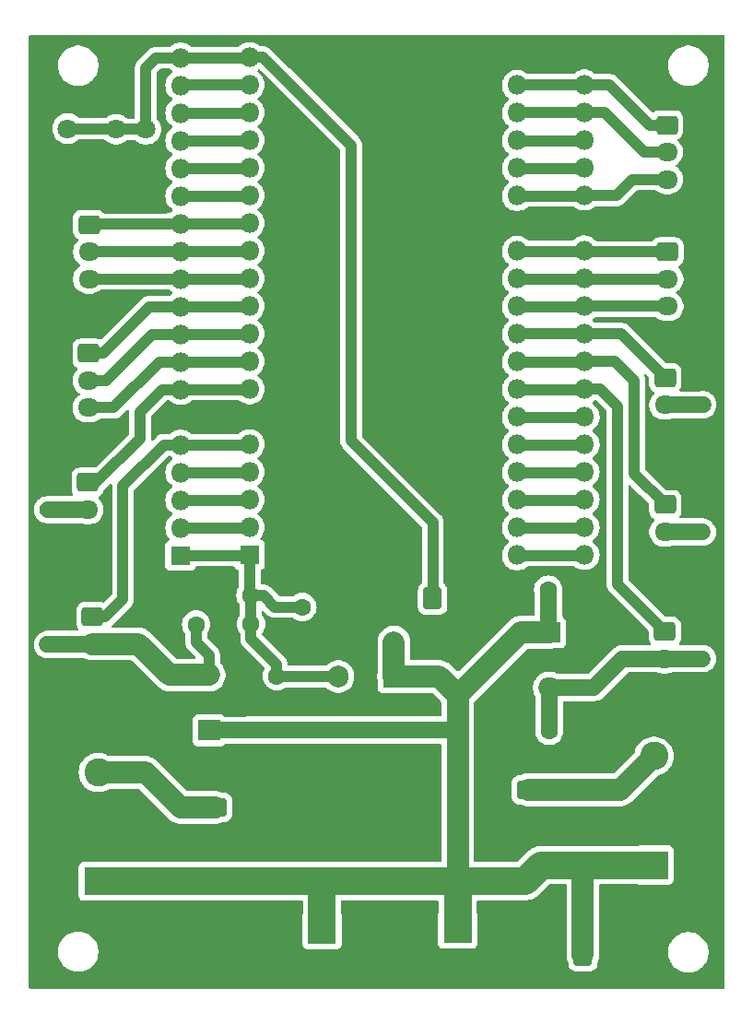
<source format=gbr>
%TF.GenerationSoftware,KiCad,Pcbnew,8.0.1*%
%TF.CreationDate,2025-03-07T04:44:00+02:00*%
%TF.ProjectId,ROBOSOCCER 3,524f424f-534f-4434-9345-5220332e6b69,rev?*%
%TF.SameCoordinates,Original*%
%TF.FileFunction,Copper,L2,Bot*%
%TF.FilePolarity,Positive*%
%FSLAX46Y46*%
G04 Gerber Fmt 4.6, Leading zero omitted, Abs format (unit mm)*
G04 Created by KiCad (PCBNEW 8.0.1) date 2025-03-07 04:44:00*
%MOMM*%
%LPD*%
G01*
G04 APERTURE LIST*
G04 Aperture macros list*
%AMRoundRect*
0 Rectangle with rounded corners*
0 $1 Rounding radius*
0 $2 $3 $4 $5 $6 $7 $8 $9 X,Y pos of 4 corners*
0 Add a 4 corners polygon primitive as box body*
4,1,4,$2,$3,$4,$5,$6,$7,$8,$9,$2,$3,0*
0 Add four circle primitives for the rounded corners*
1,1,$1+$1,$2,$3*
1,1,$1+$1,$4,$5*
1,1,$1+$1,$6,$7*
1,1,$1+$1,$8,$9*
0 Add four rect primitives between the rounded corners*
20,1,$1+$1,$2,$3,$4,$5,0*
20,1,$1+$1,$4,$5,$6,$7,0*
20,1,$1+$1,$6,$7,$8,$9,0*
20,1,$1+$1,$8,$9,$2,$3,0*%
G04 Aperture macros list end*
%TA.AperFunction,ComponentPad*%
%ADD10R,2.600000X2.600000*%
%TD*%
%TA.AperFunction,ComponentPad*%
%ADD11C,2.600000*%
%TD*%
%TA.AperFunction,ComponentPad*%
%ADD12RoundRect,0.250000X-0.750000X0.600000X-0.750000X-0.600000X0.750000X-0.600000X0.750000X0.600000X0*%
%TD*%
%TA.AperFunction,ComponentPad*%
%ADD13O,2.000000X1.700000*%
%TD*%
%TA.AperFunction,ComponentPad*%
%ADD14C,1.600000*%
%TD*%
%TA.AperFunction,ComponentPad*%
%ADD15C,1.800000*%
%TD*%
%TA.AperFunction,ComponentPad*%
%ADD16RoundRect,0.250000X-0.725000X0.600000X-0.725000X-0.600000X0.725000X-0.600000X0.725000X0.600000X0*%
%TD*%
%TA.AperFunction,ComponentPad*%
%ADD17O,1.950000X1.700000*%
%TD*%
%TA.AperFunction,ComponentPad*%
%ADD18RoundRect,0.250000X-0.600000X-0.750000X0.600000X-0.750000X0.600000X0.750000X-0.600000X0.750000X0*%
%TD*%
%TA.AperFunction,ComponentPad*%
%ADD19O,1.700000X2.000000*%
%TD*%
%TA.AperFunction,ComponentPad*%
%ADD20R,1.800000X1.800000*%
%TD*%
%TA.AperFunction,ComponentPad*%
%ADD21O,1.800000X1.800000*%
%TD*%
%TA.AperFunction,ComponentPad*%
%ADD22R,1.800000X1.700000*%
%TD*%
%TA.AperFunction,ComponentPad*%
%ADD23R,2.000000X1.905000*%
%TD*%
%TA.AperFunction,ComponentPad*%
%ADD24O,2.000000X1.905000*%
%TD*%
%TA.AperFunction,ComponentPad*%
%ADD25R,1.905000X2.000000*%
%TD*%
%TA.AperFunction,ComponentPad*%
%ADD26O,1.905000X2.000000*%
%TD*%
%TA.AperFunction,ViaPad*%
%ADD27C,1.400000*%
%TD*%
%TA.AperFunction,Conductor*%
%ADD28C,1.000000*%
%TD*%
%TA.AperFunction,Conductor*%
%ADD29C,2.000000*%
%TD*%
%TA.AperFunction,Conductor*%
%ADD30C,2.500000*%
%TD*%
%TA.AperFunction,Conductor*%
%ADD31C,1.500000*%
%TD*%
G04 APERTURE END LIST*
D10*
%TO.P,J4,1,Pin_1*%
%TO.N,12v*%
X78565000Y-158610000D03*
D11*
%TO.P,J4,2,Pin_2*%
%TO.N,GND*%
X78565000Y-153610000D03*
%TO.P,J4,3,Pin_3*%
%TO.N,5v-d2*%
X78565000Y-148610000D03*
%TD*%
D12*
%TO.P,J21,1,Pin_1*%
%TO.N,5v-d2*%
X89340000Y-151820000D03*
D13*
%TO.P,J21,2,Pin_2*%
%TO.N,GND*%
X89340000Y-154320000D03*
%TD*%
D14*
%TO.P,C7,1*%
%TO.N,12v*%
X105720000Y-136650000D03*
%TO.P,C7,2*%
%TO.N,GND*%
X103220000Y-136650000D03*
%TD*%
D15*
%TO.P,C9,1*%
%TO.N,3.3V*%
X82930000Y-89540000D03*
%TO.P,C9,2*%
%TO.N,GND*%
X82930000Y-92040000D03*
%TD*%
D14*
%TO.P,C1,1*%
%TO.N,12v*%
X92540000Y-144720000D03*
%TO.P,C1,2*%
%TO.N,GND*%
X92540000Y-142220000D03*
%TD*%
D16*
%TO.P,J8,1,Pin_1*%
%TO.N,19*%
X130840000Y-100800000D03*
D17*
%TO.P,J8,2,Pin_2*%
%TO.N,18*%
X130840000Y-103300000D03*
%TO.P,J8,3,Pin_3*%
%TO.N,5*%
X130840000Y-105800000D03*
%TD*%
D18*
%TO.P,J16,1,Pin_1*%
%TO.N,3.3V*%
X109270000Y-132620000D03*
D19*
%TO.P,J16,2,Pin_2*%
%TO.N,GND*%
X111770000Y-132620000D03*
%TD*%
D20*
%TO.P,J14,1,Pin_1*%
%TO.N,5v-ESP*%
X86120000Y-128680000D03*
D21*
%TO.P,J14,2,Pin_2*%
%TO.N,CMD*%
X86120000Y-126140000D03*
%TO.P,J14,3,Pin_3*%
%TO.N,SD3*%
X86120000Y-123600000D03*
%TO.P,J14,4,Pin_4*%
%TO.N,SD2*%
X86120000Y-121060000D03*
%TO.P,J14,5,Pin_5*%
%TO.N,13*%
X86120000Y-118520000D03*
%TO.P,J14,6,Pin_6*%
%TO.N,GND*%
X86120000Y-115980000D03*
%TO.P,J14,7,Pin_7*%
%TO.N,12*%
X86120000Y-113440000D03*
%TO.P,J14,8,Pin_8*%
%TO.N,14*%
X86120000Y-110900000D03*
%TO.P,J14,9,Pin_9*%
%TO.N,27*%
X86120000Y-108360000D03*
%TO.P,J14,10,Pin_10*%
%TO.N,26*%
X86120000Y-105820000D03*
%TO.P,J14,11,Pin_11*%
%TO.N,25*%
X86120000Y-103280000D03*
%TO.P,J14,12,Pin_12*%
%TO.N,33*%
X86120000Y-100740000D03*
%TO.P,J14,13,Pin_13*%
%TO.N,32*%
X86120000Y-98200000D03*
%TO.P,J14,14,Pin_14*%
%TO.N,35*%
X86120000Y-95660000D03*
%TO.P,J14,15,Pin_15*%
%TO.N,34*%
X86120000Y-93120000D03*
%TO.P,J14,16,Pin_16*%
%TO.N,39*%
X86120000Y-90580000D03*
%TO.P,J14,17,Pin_17*%
%TO.N,36*%
X86120000Y-88040000D03*
%TO.P,J14,18,Pin_18*%
%TO.N,EN*%
X86120000Y-85500000D03*
%TO.P,J14,19,Pin_19*%
%TO.N,3.3V*%
X86120000Y-82960000D03*
%TD*%
D22*
%TO.P,J1,1,Pin_1*%
%TO.N,GND*%
X117040000Y-82940000D03*
D21*
%TO.P,J1,2,Pin_2*%
%TO.N,23*%
X117040000Y-85480000D03*
%TO.P,J1,3,Pin_3*%
%TO.N,22*%
X117040000Y-88020000D03*
%TO.P,J1,4,Pin_4*%
%TO.N,TX*%
X117040000Y-90560000D03*
%TO.P,J1,5,Pin_5*%
%TO.N,RX*%
X117040000Y-93100000D03*
%TO.P,J1,6,Pin_6*%
%TO.N,21*%
X117040000Y-95640000D03*
%TO.P,J1,7,Pin_7*%
%TO.N,GND*%
X117040000Y-98180000D03*
%TO.P,J1,8,Pin_8*%
%TO.N,19*%
X117040000Y-100720000D03*
%TO.P,J1,9,Pin_9*%
%TO.N,18*%
X117040000Y-103260000D03*
%TO.P,J1,10,Pin_10*%
%TO.N,5*%
X117040000Y-105800000D03*
%TO.P,J1,11,Pin_11*%
%TO.N,17*%
X117040000Y-108340000D03*
%TO.P,J1,12,Pin_12*%
%TO.N,16*%
X117040000Y-110880000D03*
%TO.P,J1,13,Pin_13*%
%TO.N,4*%
X117040000Y-113420000D03*
%TO.P,J1,14,Pin_14*%
%TO.N,0*%
X117040000Y-115960000D03*
%TO.P,J1,15,Pin_15*%
%TO.N,2*%
X117040000Y-118500000D03*
%TO.P,J1,16,Pin_16*%
%TO.N,15*%
X117040000Y-121040000D03*
%TO.P,J1,17,Pin_17*%
%TO.N,SD1*%
X117040000Y-123580000D03*
%TO.P,J1,18,Pin_18*%
%TO.N,SD0*%
X117040000Y-126120000D03*
%TO.P,J1,19,Pin_19*%
%TO.N,CLK*%
X117040000Y-128660000D03*
%TD*%
D16*
%TO.P,J6,1,Pin_1*%
%TO.N,26*%
X77660000Y-110120000D03*
D17*
%TO.P,J6,2,Pin_2*%
%TO.N,27*%
X77660000Y-112620000D03*
%TO.P,J6,3,Pin_3*%
%TO.N,14*%
X77660000Y-115120000D03*
%TD*%
D16*
%TO.P,J19,1,Pin_1*%
%TO.N,12*%
X77580000Y-121970000D03*
D17*
%TO.P,J19,2,Pin_2*%
%TO.N,5v-3 4*%
X77580000Y-124470000D03*
%TO.P,J19,3,Pin_3*%
%TO.N,GND*%
X77580000Y-126970000D03*
%TD*%
D14*
%TO.P,C2,1*%
%TO.N,5v-3 4*%
X87550000Y-135020000D03*
%TO.P,C2,2*%
%TO.N,GND*%
X85050000Y-135020000D03*
%TD*%
D16*
%TO.P,J5,1,Pin_1*%
%TO.N,32*%
X77710000Y-98280000D03*
D17*
%TO.P,J5,2,Pin_2*%
%TO.N,33*%
X77710000Y-100780000D03*
%TO.P,J5,3,Pin_3*%
%TO.N,25*%
X77710000Y-103280000D03*
%TD*%
D23*
%TO.P,U3,1,IN*%
%TO.N,12v*%
X88750000Y-144750000D03*
D24*
%TO.P,U3,2,GND*%
%TO.N,GND*%
X88750000Y-142210000D03*
%TO.P,U3,3,OUT*%
%TO.N,5v-3 4*%
X88750000Y-139670000D03*
%TD*%
D16*
%TO.P,J12,1,Pin_1*%
%TO.N,13*%
X78020000Y-134310000D03*
D17*
%TO.P,J12,2,Pin_2*%
%TO.N,5v-3 4*%
X78020000Y-136810000D03*
%TO.P,J12,3,Pin_3*%
%TO.N,GND*%
X78020000Y-139310000D03*
%TD*%
D14*
%TO.P,C12,1*%
%TO.N,5v-ESP*%
X92590000Y-134990000D03*
%TO.P,C12,2*%
%TO.N,GND*%
X90090000Y-134990000D03*
%TD*%
%TO.P,C13,1*%
%TO.N,5v-ESP*%
X92540000Y-132340000D03*
%TO.P,C13,2*%
%TO.N,GND*%
X90040000Y-132340000D03*
%TD*%
D25*
%TO.P,U2,1,IN*%
%TO.N,12v*%
X105680000Y-139800000D03*
D26*
%TO.P,U2,2,GND*%
%TO.N,GND*%
X103140000Y-139800000D03*
%TO.P,U2,3,OUT*%
%TO.N,5v-ESP*%
X100600000Y-139800000D03*
%TD*%
D23*
%TO.P,U1,1,IN*%
%TO.N,12v*%
X119990000Y-135740000D03*
D24*
%TO.P,U1,2,GND*%
%TO.N,GND*%
X119990000Y-138280000D03*
%TO.P,U1,3,OUT*%
%TO.N,5v-1 2 5*%
X119990000Y-140820000D03*
%TD*%
D14*
%TO.P,C5,1*%
%TO.N,12v*%
X119890000Y-131830000D03*
%TO.P,C5,2*%
%TO.N,GND*%
X122390000Y-131830000D03*
%TD*%
%TO.P,C6,1*%
%TO.N,5v-1 2 5*%
X119990000Y-144800000D03*
%TO.P,C6,2*%
%TO.N,GND*%
X117490000Y-144800000D03*
%TD*%
D16*
%TO.P,J10,1,Pin_1*%
%TO.N,16*%
X130650000Y-124010000D03*
D17*
%TO.P,J10,2,Pin_2*%
%TO.N,5v-1 2 5*%
X130650000Y-126510000D03*
%TO.P,J10,3,Pin_3*%
%TO.N,GND*%
X130650000Y-129010000D03*
%TD*%
D12*
%TO.P,J15,1,Pin_1*%
%TO.N,5v-d1*%
X118050000Y-150190000D03*
D13*
%TO.P,J15,2,Pin_2*%
%TO.N,GND*%
X118050000Y-152690000D03*
%TD*%
D14*
%TO.P,C11,1*%
%TO.N,5v-ESP*%
X97310000Y-133410000D03*
%TO.P,C11,2*%
%TO.N,GND*%
X97310000Y-135910000D03*
%TD*%
D15*
%TO.P,C4,1*%
%TO.N,3.3V*%
X80200000Y-89530000D03*
%TO.P,C4,2*%
%TO.N,GND*%
X80200000Y-92030000D03*
%TD*%
D20*
%TO.P,J13,1,Pin_1*%
%TO.N,GND*%
X123220000Y-82900000D03*
D21*
%TO.P,J13,2,Pin_2*%
%TO.N,23*%
X123220000Y-85440000D03*
%TO.P,J13,3,Pin_3*%
%TO.N,22*%
X123220000Y-87980000D03*
%TO.P,J13,4,Pin_4*%
%TO.N,TX*%
X123220000Y-90520000D03*
%TO.P,J13,5,Pin_5*%
%TO.N,RX*%
X123220000Y-93060000D03*
%TO.P,J13,6,Pin_6*%
%TO.N,21*%
X123220000Y-95600000D03*
%TO.P,J13,7,Pin_7*%
%TO.N,GND*%
X123220000Y-98140000D03*
%TO.P,J13,8,Pin_8*%
%TO.N,19*%
X123220000Y-100680000D03*
%TO.P,J13,9,Pin_9*%
%TO.N,18*%
X123220000Y-103220000D03*
%TO.P,J13,10,Pin_10*%
%TO.N,5*%
X123220000Y-105760000D03*
%TO.P,J13,11,Pin_11*%
%TO.N,17*%
X123220000Y-108300000D03*
%TO.P,J13,12,Pin_12*%
%TO.N,16*%
X123220000Y-110840000D03*
%TO.P,J13,13,Pin_13*%
%TO.N,4*%
X123220000Y-113380000D03*
%TO.P,J13,14,Pin_14*%
%TO.N,0*%
X123220000Y-115920000D03*
%TO.P,J13,15,Pin_15*%
%TO.N,2*%
X123220000Y-118460000D03*
%TO.P,J13,16,Pin_16*%
%TO.N,15*%
X123220000Y-121000000D03*
%TO.P,J13,17,Pin_17*%
%TO.N,SD1*%
X123220000Y-123540000D03*
%TO.P,J13,18,Pin_18*%
%TO.N,SD0*%
X123220000Y-126080000D03*
%TO.P,J13,19,Pin_19*%
%TO.N,CLK*%
X123220000Y-128620000D03*
%TD*%
D16*
%TO.P,J9,1,Pin_1*%
%TO.N,23*%
X130810000Y-89130000D03*
D17*
%TO.P,J9,2,Pin_2*%
%TO.N,22*%
X130810000Y-91630000D03*
%TO.P,J9,3,Pin_3*%
%TO.N,21*%
X130810000Y-94130000D03*
%TD*%
D14*
%TO.P,C8,1*%
%TO.N,5v-ESP*%
X94960000Y-139770000D03*
%TO.P,C8,2*%
%TO.N,GND*%
X92460000Y-139770000D03*
%TD*%
D16*
%TO.P,J20,1,Pin_1*%
%TO.N,17*%
X130650000Y-112360000D03*
D17*
%TO.P,J20,2,Pin_2*%
%TO.N,5v-1 2 5*%
X130650000Y-114860000D03*
%TO.P,J20,3,Pin_3*%
%TO.N,GND*%
X130650000Y-117360000D03*
%TD*%
D10*
%TO.P,J3,1,Pin_1*%
%TO.N,12v*%
X111580000Y-163015000D03*
D11*
%TO.P,J3,2,Pin_2*%
%TO.N,GND*%
X116580000Y-163015000D03*
%TD*%
D10*
%TO.P,J7,1,Pin_1*%
%TO.N,12v*%
X129615000Y-157120000D03*
D11*
%TO.P,J7,2,Pin_2*%
%TO.N,GND*%
X129615000Y-152120000D03*
%TO.P,J7,3,Pin_3*%
%TO.N,5v-d1*%
X129615000Y-147120000D03*
%TD*%
D10*
%TO.P,J18,1,Pin_1*%
%TO.N,12v*%
X99110000Y-163055000D03*
D11*
%TO.P,J18,2,Pin_2*%
%TO.N,GND*%
X104110000Y-163055000D03*
%TD*%
D20*
%TO.P,J2,1,Pin_1*%
%TO.N,5v-ESP*%
X92450000Y-128630000D03*
D21*
%TO.P,J2,2,Pin_2*%
%TO.N,CMD*%
X92450000Y-126090000D03*
%TO.P,J2,3,Pin_3*%
%TO.N,SD3*%
X92450000Y-123550000D03*
%TO.P,J2,4,Pin_4*%
%TO.N,SD2*%
X92450000Y-121010000D03*
%TO.P,J2,5,Pin_5*%
%TO.N,13*%
X92450000Y-118470000D03*
%TO.P,J2,6,Pin_6*%
%TO.N,GND*%
X92450000Y-115930000D03*
%TO.P,J2,7,Pin_7*%
%TO.N,12*%
X92450000Y-113390000D03*
%TO.P,J2,8,Pin_8*%
%TO.N,14*%
X92450000Y-110850000D03*
%TO.P,J2,9,Pin_9*%
%TO.N,27*%
X92450000Y-108310000D03*
%TO.P,J2,10,Pin_10*%
%TO.N,26*%
X92450000Y-105770000D03*
%TO.P,J2,11,Pin_11*%
%TO.N,25*%
X92450000Y-103230000D03*
%TO.P,J2,12,Pin_12*%
%TO.N,33*%
X92450000Y-100690000D03*
%TO.P,J2,13,Pin_13*%
%TO.N,32*%
X92450000Y-98150000D03*
%TO.P,J2,14,Pin_14*%
%TO.N,35*%
X92450000Y-95610000D03*
%TO.P,J2,15,Pin_15*%
%TO.N,34*%
X92450000Y-93070000D03*
%TO.P,J2,16,Pin_16*%
%TO.N,39*%
X92450000Y-90530000D03*
%TO.P,J2,17,Pin_17*%
%TO.N,36*%
X92450000Y-87990000D03*
%TO.P,J2,18,Pin_18*%
%TO.N,EN*%
X92450000Y-85450000D03*
%TO.P,J2,19,Pin_19*%
%TO.N,3.3V*%
X92450000Y-82910000D03*
%TD*%
D18*
%TO.P,J17,1,Pin_1*%
%TO.N,12v*%
X123080000Y-165370000D03*
D19*
%TO.P,J17,2,Pin_2*%
%TO.N,GND*%
X125580000Y-165370000D03*
%TD*%
D16*
%TO.P,J11,1,Pin_1*%
%TO.N,4*%
X130600000Y-135670000D03*
D17*
%TO.P,J11,2,Pin_2*%
%TO.N,5v-1 2 5*%
X130600000Y-138170000D03*
%TO.P,J11,3,Pin_3*%
%TO.N,GND*%
X130600000Y-140670000D03*
%TD*%
D15*
%TO.P,C10,1*%
%TO.N,3.3V*%
X75750000Y-89470000D03*
%TO.P,C10,2*%
%TO.N,GND*%
X75750000Y-91970000D03*
%TD*%
D27*
%TO.N,5v-3 4*%
X73880000Y-136860000D03*
X73880000Y-124500000D03*
%TO.N,5v-1 2 5*%
X134070000Y-138170000D03*
X134070000Y-138170000D03*
X134090000Y-114820000D03*
X134060000Y-126530000D03*
%TD*%
D28*
%TO.N,GND*%
X92430000Y-115950000D02*
X86150000Y-115950000D01*
X117260000Y-82950000D02*
X123170000Y-82950000D01*
X92450000Y-115930000D02*
X92430000Y-115950000D01*
X123170000Y-98190000D02*
X123220000Y-98140000D01*
X123170000Y-82950000D02*
X123220000Y-82900000D01*
X117040000Y-98180000D02*
X117050000Y-98190000D01*
X117050000Y-98190000D02*
X123170000Y-98190000D01*
X86150000Y-115950000D02*
X86120000Y-115980000D01*
D29*
%TO.N,12v*%
X111580000Y-144720000D02*
X111580000Y-159970000D01*
D30*
X123070000Y-157120000D02*
X129615000Y-157120000D01*
D29*
X109870000Y-139800000D02*
X111580000Y-141510000D01*
X117350000Y-135740000D02*
X119990000Y-135740000D01*
X105720000Y-136650000D02*
X105720000Y-139760000D01*
D30*
X99200000Y-158610000D02*
X78565000Y-158610000D01*
D31*
X88750000Y-144750000D02*
X92510000Y-144750000D01*
D29*
X123080000Y-157130000D02*
X123070000Y-157120000D01*
D30*
X117760000Y-158610000D02*
X119250000Y-157120000D01*
X119250000Y-157120000D02*
X123070000Y-157120000D01*
D31*
X92510000Y-144750000D02*
X92540000Y-144720000D01*
D30*
X111580000Y-159970000D02*
X111580000Y-158670000D01*
D31*
X119890000Y-131830000D02*
X119890000Y-135640000D01*
D29*
X111580000Y-141510000D02*
X117350000Y-135740000D01*
D31*
X92540000Y-144720000D02*
X111580000Y-144720000D01*
D30*
X99110000Y-158700000D02*
X99200000Y-158610000D01*
D31*
X119890000Y-135640000D02*
X119990000Y-135740000D01*
D30*
X111580000Y-163015000D02*
X111580000Y-159970000D01*
X111520000Y-158610000D02*
X117760000Y-158610000D01*
D29*
X105720000Y-139760000D02*
X105680000Y-139800000D01*
D30*
X111520000Y-158610000D02*
X99200000Y-158610000D01*
D29*
X111580000Y-141510000D02*
X111580000Y-144720000D01*
X123080000Y-165370000D02*
X123080000Y-157130000D01*
D28*
X119800000Y-135550000D02*
X119990000Y-135740000D01*
D29*
X105680000Y-139800000D02*
X109870000Y-139800000D01*
D30*
X111580000Y-158670000D02*
X111520000Y-158610000D01*
X99110000Y-163055000D02*
X99110000Y-158700000D01*
D28*
%TO.N,3.3V*%
X93700000Y-82910000D02*
X101790000Y-91000000D01*
X92450000Y-82910000D02*
X93700000Y-82910000D01*
X101790000Y-91000000D02*
X101790000Y-118160000D01*
X86120000Y-82960000D02*
X83870000Y-82960000D01*
X83870000Y-82960000D02*
X82930000Y-83900000D01*
X82930000Y-83900000D02*
X82930000Y-89540000D01*
X92400000Y-82960000D02*
X92450000Y-82910000D01*
X80140000Y-89470000D02*
X75750000Y-89470000D01*
X86120000Y-82960000D02*
X92400000Y-82960000D01*
X109290000Y-132600000D02*
X109270000Y-132620000D01*
X82930000Y-89540000D02*
X80210000Y-89540000D01*
X80200000Y-89530000D02*
X80140000Y-89470000D01*
X109290000Y-125660000D02*
X109290000Y-132600000D01*
X101790000Y-118160000D02*
X109290000Y-125660000D01*
X80210000Y-89540000D02*
X80200000Y-89530000D01*
%TO.N,18*%
X117040000Y-103260000D02*
X117050000Y-103270000D01*
X117050000Y-103270000D02*
X123170000Y-103270000D01*
X130840000Y-103300000D02*
X123300000Y-103300000D01*
X123170000Y-103270000D02*
X123220000Y-103220000D01*
X123300000Y-103300000D02*
X123220000Y-103220000D01*
%TO.N,2*%
X123170000Y-118510000D02*
X123220000Y-118460000D01*
X117040000Y-118500000D02*
X117050000Y-118510000D01*
X117050000Y-118510000D02*
X123170000Y-118510000D01*
%TO.N,RX*%
X117050000Y-93110000D02*
X123170000Y-93110000D01*
X117040000Y-93100000D02*
X117050000Y-93110000D01*
X123170000Y-93110000D02*
X123220000Y-93060000D01*
%TO.N,21*%
X117040000Y-95640000D02*
X117050000Y-95650000D01*
X130810000Y-94130000D02*
X127650000Y-94130000D01*
X127650000Y-94130000D02*
X126180000Y-95600000D01*
X123170000Y-95650000D02*
X123220000Y-95600000D01*
X117050000Y-95650000D02*
X123170000Y-95650000D01*
X126180000Y-95600000D02*
X123220000Y-95600000D01*
%TO.N,TX*%
X117050000Y-90570000D02*
X123170000Y-90570000D01*
X123170000Y-90570000D02*
X123220000Y-90520000D01*
X117040000Y-90560000D02*
X117050000Y-90570000D01*
%TO.N,SD1*%
X117260000Y-123590000D02*
X123170000Y-123590000D01*
X123170000Y-123590000D02*
X123220000Y-123540000D01*
%TO.N,0*%
X117050000Y-115970000D02*
X123170000Y-115970000D01*
X117040000Y-115960000D02*
X117050000Y-115970000D01*
X123170000Y-115970000D02*
X123220000Y-115920000D01*
%TO.N,SD0*%
X117040000Y-126120000D02*
X117050000Y-126130000D01*
X123170000Y-126130000D02*
X123220000Y-126080000D01*
X117050000Y-126130000D02*
X123170000Y-126130000D01*
%TO.N,22*%
X117080000Y-87980000D02*
X117040000Y-88020000D01*
X128700000Y-91630000D02*
X130810000Y-91630000D01*
X117040000Y-88020000D02*
X117050000Y-88030000D01*
X123220000Y-87980000D02*
X125050000Y-87980000D01*
X125050000Y-87980000D02*
X128700000Y-91630000D01*
X117050000Y-88030000D02*
X117260000Y-88030000D01*
X123220000Y-87980000D02*
X117080000Y-87980000D01*
%TO.N,4*%
X124660000Y-113380000D02*
X123220000Y-113380000D01*
X126270000Y-114990000D02*
X124660000Y-113380000D01*
X123170000Y-113430000D02*
X123220000Y-113380000D01*
X126270000Y-131340000D02*
X126270000Y-114990000D01*
X117050000Y-113430000D02*
X123170000Y-113430000D01*
X130600000Y-135670000D02*
X126270000Y-131340000D01*
X117040000Y-113420000D02*
X117050000Y-113430000D01*
%TO.N,15*%
X123170000Y-121050000D02*
X123220000Y-121000000D01*
X117040000Y-121040000D02*
X117050000Y-121050000D01*
X117050000Y-121050000D02*
X123170000Y-121050000D01*
%TO.N,5*%
X123260000Y-105800000D02*
X123220000Y-105760000D01*
X117040000Y-105800000D02*
X117050000Y-105810000D01*
X130840000Y-105800000D02*
X123260000Y-105800000D01*
X117050000Y-105810000D02*
X123170000Y-105810000D01*
X123170000Y-105810000D02*
X123220000Y-105760000D01*
%TO.N,17*%
X126590000Y-108300000D02*
X123220000Y-108300000D01*
X130650000Y-112360000D02*
X126590000Y-108300000D01*
X117040000Y-108340000D02*
X117050000Y-108350000D01*
X117050000Y-108350000D02*
X117260000Y-108350000D01*
X123220000Y-108300000D02*
X117080000Y-108300000D01*
X117080000Y-108300000D02*
X117040000Y-108340000D01*
%TO.N,CLK*%
X117040000Y-128660000D02*
X117050000Y-128670000D01*
X123170000Y-128670000D02*
X123220000Y-128620000D01*
X117050000Y-128670000D02*
X123170000Y-128670000D01*
%TO.N,19*%
X117040000Y-100720000D02*
X117050000Y-100730000D01*
X123170000Y-100730000D02*
X123220000Y-100680000D01*
X117050000Y-100730000D02*
X123170000Y-100730000D01*
X130840000Y-100800000D02*
X123340000Y-100800000D01*
X123340000Y-100800000D02*
X123220000Y-100680000D01*
%TO.N,16*%
X123170000Y-110890000D02*
X123220000Y-110840000D01*
X117050000Y-110890000D02*
X123170000Y-110890000D01*
X126030000Y-110840000D02*
X123220000Y-110840000D01*
X127820000Y-121180000D02*
X127820000Y-112630000D01*
X117040000Y-110880000D02*
X117050000Y-110890000D01*
X127820000Y-112630000D02*
X126030000Y-110840000D01*
X130650000Y-124010000D02*
X127820000Y-121180000D01*
%TO.N,14*%
X79960000Y-115120000D02*
X77660000Y-115120000D01*
X86120000Y-110900000D02*
X84180000Y-110900000D01*
X84180000Y-110900000D02*
X79960000Y-115120000D01*
X92190000Y-110900000D02*
X92160000Y-110870000D01*
X86120000Y-110900000D02*
X92190000Y-110900000D01*
%TO.N,SD2*%
X92190000Y-121060000D02*
X92160000Y-121030000D01*
X86120000Y-121060000D02*
X92190000Y-121060000D01*
%TO.N,26*%
X77660000Y-110120000D02*
X78980000Y-110120000D01*
X78980000Y-110120000D02*
X83280000Y-105820000D01*
X86120000Y-105820000D02*
X92190000Y-105820000D01*
X92190000Y-105820000D02*
X92160000Y-105790000D01*
X83280000Y-105820000D02*
X86120000Y-105820000D01*
%TO.N,33*%
X77750000Y-100740000D02*
X77710000Y-100780000D01*
X86120000Y-100740000D02*
X92190000Y-100740000D01*
X92190000Y-100740000D02*
X92160000Y-100710000D01*
X86120000Y-100740000D02*
X77750000Y-100740000D01*
%TO.N,32*%
X86120000Y-98200000D02*
X92190000Y-98200000D01*
X85120000Y-98260000D02*
X77730000Y-98260000D01*
X85180000Y-98200000D02*
X85120000Y-98260000D01*
X92190000Y-98200000D02*
X92160000Y-98170000D01*
X86120000Y-98200000D02*
X85180000Y-98200000D01*
X77730000Y-98260000D02*
X77710000Y-98280000D01*
%TO.N,CMD*%
X86120000Y-126140000D02*
X92190000Y-126140000D01*
X92190000Y-126140000D02*
X92160000Y-126110000D01*
%TO.N,25*%
X86120000Y-103280000D02*
X92190000Y-103280000D01*
X92190000Y-103280000D02*
X92160000Y-103250000D01*
X86120000Y-103280000D02*
X77710000Y-103280000D01*
%TO.N,13*%
X80820000Y-132680000D02*
X80820000Y-122280000D01*
X80820000Y-122280000D02*
X84580000Y-118520000D01*
X86120000Y-118520000D02*
X92190000Y-118520000D01*
X79190000Y-134310000D02*
X80820000Y-132680000D01*
X78020000Y-134310000D02*
X79190000Y-134310000D01*
X92190000Y-118520000D02*
X92160000Y-118490000D01*
X84580000Y-118520000D02*
X86120000Y-118520000D01*
%TO.N,27*%
X92190000Y-108360000D02*
X92160000Y-108330000D01*
X86120000Y-108360000D02*
X83540000Y-108360000D01*
X79280000Y-112620000D02*
X77660000Y-112620000D01*
X86120000Y-108360000D02*
X92190000Y-108360000D01*
X83540000Y-108360000D02*
X79280000Y-112620000D01*
%TO.N,35*%
X86120000Y-95660000D02*
X92190000Y-95660000D01*
X92190000Y-95660000D02*
X92160000Y-95630000D01*
%TO.N,39*%
X92190000Y-90580000D02*
X92160000Y-90550000D01*
X86120000Y-90580000D02*
X92190000Y-90580000D01*
%TO.N,EN*%
X92450000Y-85450000D02*
X92430000Y-85470000D01*
X92430000Y-85470000D02*
X86150000Y-85470000D01*
X86150000Y-85470000D02*
X86120000Y-85500000D01*
%TO.N,34*%
X92190000Y-93120000D02*
X92160000Y-93090000D01*
X86120000Y-93120000D02*
X92190000Y-93120000D01*
%TO.N,12*%
X82380000Y-117930000D02*
X82380000Y-115500000D01*
X77580000Y-121970000D02*
X78340000Y-121970000D01*
X82380000Y-115500000D02*
X84440000Y-113440000D01*
X84440000Y-113440000D02*
X86120000Y-113440000D01*
X86120000Y-113440000D02*
X92190000Y-113440000D01*
X78340000Y-121970000D02*
X82380000Y-117930000D01*
X92190000Y-113440000D02*
X92160000Y-113410000D01*
%TO.N,36*%
X86120000Y-88040000D02*
X92190000Y-88040000D01*
X92190000Y-88040000D02*
X92160000Y-88010000D01*
%TO.N,SD3*%
X92190000Y-123600000D02*
X92160000Y-123570000D01*
X86120000Y-123600000D02*
X92190000Y-123600000D01*
%TO.N,23*%
X129180000Y-89130000D02*
X125490000Y-85440000D01*
X117040000Y-85480000D02*
X117050000Y-85490000D01*
X123220000Y-85440000D02*
X117080000Y-85440000D01*
X117080000Y-85440000D02*
X117040000Y-85480000D01*
X117050000Y-85490000D02*
X117260000Y-85490000D01*
X130810000Y-89130000D02*
X129180000Y-89130000D01*
X125490000Y-85440000D02*
X123220000Y-85440000D01*
%TO.N,5v-ESP*%
X92560000Y-132360000D02*
X92540000Y-132340000D01*
X93720000Y-132340000D02*
X94790000Y-133410000D01*
X86120000Y-128680000D02*
X92400000Y-128680000D01*
X92190000Y-128680000D02*
X92160000Y-128650000D01*
X94790000Y-133410000D02*
X97310000Y-133410000D01*
X92590000Y-136340000D02*
X92590000Y-134990000D01*
X92450000Y-132250000D02*
X92540000Y-132340000D01*
X94990000Y-139800000D02*
X94960000Y-139770000D01*
X94960000Y-139770000D02*
X94960000Y-138710000D01*
X100600000Y-139800000D02*
X94990000Y-139800000D01*
X92540000Y-132340000D02*
X92540000Y-134940000D01*
X92400000Y-128680000D02*
X92450000Y-128630000D01*
X92540000Y-132340000D02*
X93720000Y-132340000D01*
X100540000Y-139860000D02*
X100600000Y-139800000D01*
X92540000Y-134940000D02*
X92590000Y-134990000D01*
X92450000Y-128630000D02*
X92450000Y-132250000D01*
X94960000Y-138710000D02*
X92590000Y-136340000D01*
D31*
%TO.N,5v-3 4*%
X73880000Y-136860000D02*
X77970000Y-136860000D01*
D29*
X82260000Y-136810000D02*
X85120000Y-139670000D01*
X78020000Y-136810000D02*
X82260000Y-136810000D01*
D28*
X87550000Y-136640000D02*
X88750000Y-137840000D01*
D31*
X77580000Y-124470000D02*
X73910000Y-124470000D01*
D29*
X85120000Y-139670000D02*
X88750000Y-139670000D01*
D28*
X88750000Y-137840000D02*
X88750000Y-139670000D01*
X87550000Y-135020000D02*
X87550000Y-136640000D01*
D31*
%TO.N,5v-1 2 5*%
X134060000Y-126530000D02*
X130670000Y-126530000D01*
X134070000Y-138170000D02*
X130600000Y-138170000D01*
X130670000Y-126530000D02*
X130650000Y-126510000D01*
X134050000Y-114860000D02*
X134090000Y-114820000D01*
X119990000Y-140820000D02*
X119990000Y-144800000D01*
X119990000Y-140820000D02*
X124060000Y-140820000D01*
X124060000Y-140820000D02*
X126710000Y-138170000D01*
X130650000Y-114860000D02*
X134050000Y-114860000D01*
X126710000Y-138170000D02*
X130600000Y-138170000D01*
X134070000Y-138170000D02*
X134060000Y-138160000D01*
D29*
%TO.N,5v-d1*%
X118070000Y-150210000D02*
X126525000Y-150210000D01*
X126525000Y-150210000D02*
X129615000Y-147120000D01*
X118050000Y-150190000D02*
X118070000Y-150210000D01*
%TO.N,5v-d2*%
X78565000Y-148610000D02*
X82920000Y-148610000D01*
X86130000Y-151820000D02*
X89340000Y-151820000D01*
X82920000Y-148610000D02*
X86130000Y-151820000D01*
%TD*%
%TA.AperFunction,Conductor*%
%TO.N,GND*%
G36*
X136052539Y-80870185D02*
G01*
X136098294Y-80922989D01*
X136109500Y-80974500D01*
X136109500Y-168355500D01*
X136089815Y-168422539D01*
X136037011Y-168468294D01*
X135985500Y-168479500D01*
X72304500Y-168479500D01*
X72237461Y-168459815D01*
X72191706Y-168407011D01*
X72180500Y-168355500D01*
X72180500Y-165201288D01*
X74869500Y-165201288D01*
X74901161Y-165441785D01*
X74963947Y-165676104D01*
X74984658Y-165726104D01*
X75056776Y-165900212D01*
X75178064Y-166110289D01*
X75178066Y-166110292D01*
X75178067Y-166110293D01*
X75325733Y-166302736D01*
X75325739Y-166302743D01*
X75497256Y-166474260D01*
X75497262Y-166474265D01*
X75689711Y-166621936D01*
X75899788Y-166743224D01*
X76123900Y-166836054D01*
X76358211Y-166898838D01*
X76538586Y-166922584D01*
X76598711Y-166930500D01*
X76598712Y-166930500D01*
X76841289Y-166930500D01*
X76889388Y-166924167D01*
X77081789Y-166898838D01*
X77316100Y-166836054D01*
X77540212Y-166743224D01*
X77750289Y-166621936D01*
X77942738Y-166474265D01*
X78114265Y-166302738D01*
X78261936Y-166110289D01*
X78383224Y-165900212D01*
X78476054Y-165676100D01*
X78538838Y-165441789D01*
X78570500Y-165201288D01*
X78570500Y-164958712D01*
X78538838Y-164718211D01*
X78476054Y-164483900D01*
X78383224Y-164259788D01*
X78261936Y-164049711D01*
X78114265Y-163857262D01*
X78114260Y-163857256D01*
X77942743Y-163685739D01*
X77942736Y-163685733D01*
X77750293Y-163538067D01*
X77750292Y-163538066D01*
X77750289Y-163538064D01*
X77540212Y-163416776D01*
X77540205Y-163416773D01*
X77316104Y-163323947D01*
X77081785Y-163261161D01*
X76841289Y-163229500D01*
X76841288Y-163229500D01*
X76598712Y-163229500D01*
X76598711Y-163229500D01*
X76358214Y-163261161D01*
X76123895Y-163323947D01*
X75899794Y-163416773D01*
X75899785Y-163416777D01*
X75689706Y-163538067D01*
X75497263Y-163685733D01*
X75497256Y-163685739D01*
X75325739Y-163857256D01*
X75325733Y-163857263D01*
X75178067Y-164049706D01*
X75056777Y-164259785D01*
X75056773Y-164259794D01*
X74963947Y-164483895D01*
X74901161Y-164718214D01*
X74869500Y-164958711D01*
X74869500Y-165201288D01*
X72180500Y-165201288D01*
X72180500Y-159957870D01*
X76764500Y-159957870D01*
X76764501Y-159957874D01*
X76770908Y-160017483D01*
X76821202Y-160152328D01*
X76821206Y-160152335D01*
X76907452Y-160267544D01*
X76907455Y-160267547D01*
X77022664Y-160353793D01*
X77022671Y-160353797D01*
X77157517Y-160404091D01*
X77157516Y-160404091D01*
X77164444Y-160404835D01*
X77217127Y-160410500D01*
X79912872Y-160410499D01*
X79972483Y-160404091D01*
X80068396Y-160368318D01*
X80111729Y-160360500D01*
X97235500Y-160360500D01*
X97302539Y-160380185D01*
X97348294Y-160432989D01*
X97359500Y-160484500D01*
X97359500Y-161508271D01*
X97351682Y-161551604D01*
X97315908Y-161647517D01*
X97309501Y-161707116D01*
X97309501Y-161707123D01*
X97309500Y-161707135D01*
X97309500Y-164402870D01*
X97309501Y-164402876D01*
X97315908Y-164462483D01*
X97366202Y-164597328D01*
X97366206Y-164597335D01*
X97452452Y-164712544D01*
X97452455Y-164712547D01*
X97567664Y-164798793D01*
X97567671Y-164798797D01*
X97702517Y-164849091D01*
X97702516Y-164849091D01*
X97709444Y-164849835D01*
X97762127Y-164855500D01*
X100457872Y-164855499D01*
X100517483Y-164849091D01*
X100652331Y-164798796D01*
X100767546Y-164712546D01*
X100853796Y-164597331D01*
X100904091Y-164462483D01*
X100910500Y-164402873D01*
X100910499Y-161707128D01*
X100904091Y-161647517D01*
X100868318Y-161551604D01*
X100860500Y-161508271D01*
X100860500Y-160484500D01*
X100880185Y-160417461D01*
X100932989Y-160371706D01*
X100984500Y-160360500D01*
X109705500Y-160360500D01*
X109772539Y-160380185D01*
X109818294Y-160432989D01*
X109829500Y-160484500D01*
X109829500Y-161468271D01*
X109821682Y-161511604D01*
X109785908Y-161607517D01*
X109781608Y-161647516D01*
X109779501Y-161667123D01*
X109779500Y-161667135D01*
X109779500Y-164362870D01*
X109779501Y-164362876D01*
X109785908Y-164422483D01*
X109836202Y-164557328D01*
X109836206Y-164557335D01*
X109922452Y-164672544D01*
X109922455Y-164672547D01*
X110037664Y-164758793D01*
X110037671Y-164758797D01*
X110172517Y-164809091D01*
X110172516Y-164809091D01*
X110179444Y-164809835D01*
X110232127Y-164815500D01*
X112927872Y-164815499D01*
X112987483Y-164809091D01*
X113122331Y-164758796D01*
X113237546Y-164672546D01*
X113323796Y-164557331D01*
X113374091Y-164422483D01*
X113380500Y-164362873D01*
X113380499Y-161667128D01*
X113374091Y-161607517D01*
X113338318Y-161511604D01*
X113330500Y-161468271D01*
X113330500Y-160484500D01*
X113350185Y-160417461D01*
X113402989Y-160371706D01*
X113454500Y-160360500D01*
X117874727Y-160360500D01*
X117874734Y-160360500D01*
X118097605Y-160331158D01*
X118097605Y-160331163D01*
X118097625Y-160331155D01*
X118102239Y-160330548D01*
X118323887Y-160271158D01*
X118535888Y-160183344D01*
X118734612Y-160068611D01*
X118801243Y-160017483D01*
X118878928Y-159957874D01*
X118900277Y-159941490D01*
X118916661Y-159928920D01*
X119938761Y-158906818D01*
X120000084Y-158873334D01*
X120026442Y-158870500D01*
X121455500Y-158870500D01*
X121522539Y-158890185D01*
X121568294Y-158942989D01*
X121579500Y-158994500D01*
X121579500Y-165488097D01*
X121616447Y-165721369D01*
X121616447Y-165721372D01*
X121689430Y-165945988D01*
X121689430Y-165945989D01*
X121715985Y-165998106D01*
X121729500Y-166054399D01*
X121729500Y-166170000D01*
X121729501Y-166170019D01*
X121740000Y-166272796D01*
X121740001Y-166272799D01*
X121795185Y-166439331D01*
X121795186Y-166439334D01*
X121887288Y-166588656D01*
X122011344Y-166712712D01*
X122160666Y-166804814D01*
X122327203Y-166859999D01*
X122429991Y-166870500D01*
X122951905Y-166870499D01*
X122951919Y-166870500D01*
X122961908Y-166870500D01*
X123208082Y-166870500D01*
X123208094Y-166870499D01*
X123730002Y-166870499D01*
X123730008Y-166870499D01*
X123832797Y-166859999D01*
X123999334Y-166804814D01*
X124148656Y-166712712D01*
X124272712Y-166588656D01*
X124364814Y-166439334D01*
X124419999Y-166272797D01*
X124430500Y-166170009D01*
X124430499Y-166054399D01*
X124444014Y-165998105D01*
X124470568Y-165945992D01*
X124543553Y-165721368D01*
X124550723Y-165676100D01*
X124580500Y-165488097D01*
X124580500Y-165251288D01*
X130919500Y-165251288D01*
X130951161Y-165491785D01*
X131013947Y-165726104D01*
X131086062Y-165900205D01*
X131106776Y-165950212D01*
X131228064Y-166160289D01*
X131228066Y-166160292D01*
X131228067Y-166160293D01*
X131375733Y-166352736D01*
X131375739Y-166352743D01*
X131547256Y-166524260D01*
X131547262Y-166524265D01*
X131739711Y-166671936D01*
X131949788Y-166793224D01*
X132173900Y-166886054D01*
X132408211Y-166948838D01*
X132588586Y-166972584D01*
X132648711Y-166980500D01*
X132648712Y-166980500D01*
X132891289Y-166980500D01*
X132939388Y-166974167D01*
X133131789Y-166948838D01*
X133366100Y-166886054D01*
X133590212Y-166793224D01*
X133800289Y-166671936D01*
X133992738Y-166524265D01*
X134164265Y-166352738D01*
X134311936Y-166160289D01*
X134433224Y-165950212D01*
X134526054Y-165726100D01*
X134588838Y-165491789D01*
X134620500Y-165251288D01*
X134620500Y-165008712D01*
X134613917Y-164958712D01*
X134612584Y-164948586D01*
X134588838Y-164768211D01*
X134526054Y-164533900D01*
X134433224Y-164309788D01*
X134311936Y-164099711D01*
X134164265Y-163907262D01*
X134164260Y-163907256D01*
X133992743Y-163735739D01*
X133992736Y-163735733D01*
X133800293Y-163588067D01*
X133800292Y-163588066D01*
X133800289Y-163588064D01*
X133590212Y-163466776D01*
X133590205Y-163466773D01*
X133366104Y-163373947D01*
X133131785Y-163311161D01*
X132891289Y-163279500D01*
X132891288Y-163279500D01*
X132648712Y-163279500D01*
X132648711Y-163279500D01*
X132408214Y-163311161D01*
X132173895Y-163373947D01*
X131949794Y-163466773D01*
X131949785Y-163466777D01*
X131739706Y-163588067D01*
X131547263Y-163735733D01*
X131547256Y-163735739D01*
X131375739Y-163907256D01*
X131375733Y-163907263D01*
X131228067Y-164099706D01*
X131106777Y-164309785D01*
X131106773Y-164309794D01*
X131013947Y-164533895D01*
X130951161Y-164768214D01*
X130919500Y-165008711D01*
X130919500Y-165251288D01*
X124580500Y-165251288D01*
X124580500Y-158994500D01*
X124600185Y-158927461D01*
X124652989Y-158881706D01*
X124704500Y-158870500D01*
X128068271Y-158870500D01*
X128111604Y-158878318D01*
X128207517Y-158914091D01*
X128207516Y-158914091D01*
X128214444Y-158914835D01*
X128267127Y-158920500D01*
X130962872Y-158920499D01*
X131022483Y-158914091D01*
X131157331Y-158863796D01*
X131272546Y-158777546D01*
X131358796Y-158662331D01*
X131409091Y-158527483D01*
X131415500Y-158467873D01*
X131415499Y-155772128D01*
X131409091Y-155712517D01*
X131358796Y-155577669D01*
X131358795Y-155577668D01*
X131358793Y-155577664D01*
X131272547Y-155462455D01*
X131272544Y-155462452D01*
X131157335Y-155376206D01*
X131157328Y-155376202D01*
X131022482Y-155325908D01*
X131022483Y-155325908D01*
X130962883Y-155319501D01*
X130962881Y-155319500D01*
X130962873Y-155319500D01*
X130962864Y-155319500D01*
X128267129Y-155319500D01*
X128267123Y-155319501D01*
X128207516Y-155325908D01*
X128111604Y-155361682D01*
X128068271Y-155369500D01*
X123184734Y-155369500D01*
X119135266Y-155369500D01*
X119135260Y-155369500D01*
X119135255Y-155369501D01*
X118934228Y-155395966D01*
X118934228Y-155395967D01*
X118930215Y-155396495D01*
X118907763Y-155399451D01*
X118686112Y-155458842D01*
X118474123Y-155546650D01*
X118474108Y-155546657D01*
X118275388Y-155661388D01*
X118131072Y-155772125D01*
X118131073Y-155772126D01*
X118093334Y-155801085D01*
X117071238Y-156823181D01*
X117009915Y-156856666D01*
X116983557Y-156859500D01*
X113204500Y-156859500D01*
X113137461Y-156839815D01*
X113091706Y-156787011D01*
X113080500Y-156735500D01*
X113080500Y-150840001D01*
X116549500Y-150840001D01*
X116549501Y-150840019D01*
X116560000Y-150942796D01*
X116560001Y-150942799D01*
X116601224Y-151067200D01*
X116615186Y-151109334D01*
X116707288Y-151258656D01*
X116831344Y-151382712D01*
X116980666Y-151474814D01*
X117147203Y-151529999D01*
X117249991Y-151540500D01*
X117346346Y-151540499D01*
X117402640Y-151554013D01*
X117494008Y-151600568D01*
X117674393Y-151659179D01*
X117718631Y-151673553D01*
X117951903Y-151710500D01*
X117951908Y-151710500D01*
X126643097Y-151710500D01*
X126876368Y-151673553D01*
X127100992Y-151600568D01*
X127311434Y-151493343D01*
X127502510Y-151354517D01*
X129940791Y-148916234D01*
X130002112Y-148882751D01*
X130009994Y-148881301D01*
X130016772Y-148880280D01*
X130274641Y-148800738D01*
X130469984Y-148706666D01*
X130517767Y-148683655D01*
X130517767Y-148683654D01*
X130517775Y-148683651D01*
X130740741Y-148531635D01*
X130938561Y-148348085D01*
X131106815Y-148137102D01*
X131241743Y-147903398D01*
X131340334Y-147652195D01*
X131400383Y-147389103D01*
X131413098Y-147219432D01*
X131420549Y-147120004D01*
X131420549Y-147119995D01*
X131400383Y-146850898D01*
X131340335Y-146587811D01*
X131340334Y-146587805D01*
X131241743Y-146336602D01*
X131106815Y-146102898D01*
X130938561Y-145891915D01*
X130938560Y-145891914D01*
X130938557Y-145891910D01*
X130740741Y-145708365D01*
X130639205Y-145639139D01*
X130517775Y-145556349D01*
X130517769Y-145556346D01*
X130517768Y-145556345D01*
X130517767Y-145556344D01*
X130274643Y-145439263D01*
X130274645Y-145439263D01*
X130016773Y-145359720D01*
X130016767Y-145359718D01*
X129749936Y-145319500D01*
X129749929Y-145319500D01*
X129480071Y-145319500D01*
X129480063Y-145319500D01*
X129213232Y-145359718D01*
X129213226Y-145359720D01*
X128955358Y-145439262D01*
X128712230Y-145556346D01*
X128489258Y-145708365D01*
X128291442Y-145891910D01*
X128123185Y-146102898D01*
X127988258Y-146336599D01*
X127988256Y-146336603D01*
X127889667Y-146587801D01*
X127857540Y-146728554D01*
X127824330Y-146788641D01*
X125939792Y-148673181D01*
X125878469Y-148706666D01*
X125852111Y-148709500D01*
X118304125Y-148709500D01*
X118284727Y-148707973D01*
X118264736Y-148704806D01*
X118168096Y-148689500D01*
X118168092Y-148689500D01*
X117931908Y-148689500D01*
X117931903Y-148689500D01*
X117698630Y-148726447D01*
X117698627Y-148726447D01*
X117474009Y-148799431D01*
X117474007Y-148799431D01*
X117421889Y-148825986D01*
X117365598Y-148839500D01*
X117249999Y-148839500D01*
X117249980Y-148839501D01*
X117147203Y-148850000D01*
X117147200Y-148850001D01*
X116980668Y-148905185D01*
X116980663Y-148905187D01*
X116831342Y-148997289D01*
X116707289Y-149121342D01*
X116615187Y-149270663D01*
X116615186Y-149270666D01*
X116560001Y-149437203D01*
X116560001Y-149437204D01*
X116560000Y-149437204D01*
X116549500Y-149539983D01*
X116549500Y-150840001D01*
X113080500Y-150840001D01*
X113080500Y-142182889D01*
X113100185Y-142115850D01*
X113116819Y-142095208D01*
X117935208Y-137276819D01*
X117996531Y-137243334D01*
X118022889Y-137240500D01*
X120108097Y-137240500D01*
X120214126Y-137223705D01*
X120341368Y-137203553D01*
X120355168Y-137199068D01*
X120393488Y-137192999D01*
X121037871Y-137192999D01*
X121037872Y-137192999D01*
X121097483Y-137186591D01*
X121232331Y-137136296D01*
X121347546Y-137050046D01*
X121433796Y-136934831D01*
X121484091Y-136799983D01*
X121490500Y-136740373D01*
X121490500Y-135749500D01*
X121490500Y-135621908D01*
X121490500Y-135614313D01*
X121490499Y-135614295D01*
X121490499Y-134739629D01*
X121490498Y-134739623D01*
X121484091Y-134680016D01*
X121433797Y-134545171D01*
X121433793Y-134545164D01*
X121347547Y-134429955D01*
X121347544Y-134429952D01*
X121232335Y-134343706D01*
X121232332Y-134343705D01*
X121232331Y-134343704D01*
X121221161Y-134339538D01*
X121165231Y-134297666D01*
X121140816Y-134232201D01*
X121140500Y-134223358D01*
X121140500Y-132204142D01*
X121144724Y-132172052D01*
X121175635Y-132056692D01*
X121195468Y-131830000D01*
X121194592Y-131819992D01*
X121189801Y-131765230D01*
X121175635Y-131603308D01*
X121116739Y-131383504D01*
X121020568Y-131177266D01*
X120890047Y-130990861D01*
X120890045Y-130990858D01*
X120729141Y-130829954D01*
X120542734Y-130699432D01*
X120542732Y-130699431D01*
X120336497Y-130603261D01*
X120336488Y-130603258D01*
X120116697Y-130544366D01*
X120116693Y-130544365D01*
X120116692Y-130544365D01*
X120116691Y-130544364D01*
X120116686Y-130544364D01*
X119890002Y-130524532D01*
X119889998Y-130524532D01*
X119663313Y-130544364D01*
X119663302Y-130544366D01*
X119443511Y-130603258D01*
X119443502Y-130603261D01*
X119237267Y-130699431D01*
X119237265Y-130699432D01*
X119050858Y-130829954D01*
X118889954Y-130990858D01*
X118759432Y-131177265D01*
X118759431Y-131177267D01*
X118663261Y-131383502D01*
X118663258Y-131383511D01*
X118604366Y-131603302D01*
X118604364Y-131603313D01*
X118585407Y-131819998D01*
X118584532Y-131830000D01*
X118604365Y-132056692D01*
X118635275Y-132172052D01*
X118639500Y-132204142D01*
X118639500Y-134115500D01*
X118619815Y-134182539D01*
X118567011Y-134228294D01*
X118515500Y-134239500D01*
X117231903Y-134239500D01*
X116998631Y-134276446D01*
X116848315Y-134325288D01*
X116811451Y-134337266D01*
X116798637Y-134341429D01*
X116774003Y-134349433D01*
X116563565Y-134456657D01*
X116372488Y-134595484D01*
X116372487Y-134595485D01*
X111667681Y-139300292D01*
X111606358Y-139333777D01*
X111536666Y-139328793D01*
X111492319Y-139300292D01*
X110847511Y-138655484D01*
X110831999Y-138644214D01*
X110656434Y-138516657D01*
X110618073Y-138497111D01*
X110445996Y-138409433D01*
X110221368Y-138336446D01*
X109988097Y-138299500D01*
X109988092Y-138299500D01*
X107344500Y-138299500D01*
X107277461Y-138279815D01*
X107231706Y-138227011D01*
X107220500Y-138175500D01*
X107220500Y-136531902D01*
X107183553Y-136298631D01*
X107110566Y-136074003D01*
X107022200Y-135900576D01*
X107003343Y-135863567D01*
X106864517Y-135672490D01*
X106697510Y-135505483D01*
X106506433Y-135366657D01*
X106466767Y-135346446D01*
X106295996Y-135259433D01*
X106071368Y-135186446D01*
X105838097Y-135149500D01*
X105838092Y-135149500D01*
X105601908Y-135149500D01*
X105601903Y-135149500D01*
X105368631Y-135186446D01*
X105144003Y-135259433D01*
X104933566Y-135366657D01*
X104860927Y-135419433D01*
X104742490Y-135505483D01*
X104742488Y-135505485D01*
X104742487Y-135505485D01*
X104575485Y-135672487D01*
X104575485Y-135672488D01*
X104575483Y-135672490D01*
X104519532Y-135749500D01*
X104436657Y-135863566D01*
X104329433Y-136074003D01*
X104256446Y-136298631D01*
X104219500Y-136531902D01*
X104219500Y-139421240D01*
X104216834Y-139443761D01*
X104217209Y-139443821D01*
X104179500Y-139681902D01*
X104179500Y-139918097D01*
X104216446Y-140151367D01*
X104220931Y-140165168D01*
X104227000Y-140203487D01*
X104227000Y-140847870D01*
X104227001Y-140847876D01*
X104233408Y-140907483D01*
X104283702Y-141042328D01*
X104283706Y-141042335D01*
X104369952Y-141157544D01*
X104369955Y-141157547D01*
X104485164Y-141243793D01*
X104485171Y-141243797D01*
X104620017Y-141294091D01*
X104620016Y-141294091D01*
X104626944Y-141294835D01*
X104679627Y-141300500D01*
X105551905Y-141300499D01*
X105551919Y-141300500D01*
X105561908Y-141300500D01*
X109197111Y-141300500D01*
X109264150Y-141320185D01*
X109284792Y-141336819D01*
X110043181Y-142095208D01*
X110076666Y-142156531D01*
X110079500Y-142182889D01*
X110079500Y-143345500D01*
X110059815Y-143412539D01*
X110007011Y-143458294D01*
X109955500Y-143469500D01*
X92914143Y-143469500D01*
X92882050Y-143465275D01*
X92766697Y-143434366D01*
X92766693Y-143434365D01*
X92766692Y-143434365D01*
X92766691Y-143434364D01*
X92766686Y-143434364D01*
X92540002Y-143414532D01*
X92539998Y-143414532D01*
X92313313Y-143434364D01*
X92313306Y-143434365D01*
X92255666Y-143449810D01*
X92093504Y-143493261D01*
X92093499Y-143493263D01*
X92088275Y-143494663D01*
X92087989Y-143493596D01*
X92054499Y-143499500D01*
X90214191Y-143499500D01*
X90147152Y-143479815D01*
X90114924Y-143449810D01*
X90107546Y-143439954D01*
X90107545Y-143439953D01*
X90107544Y-143439952D01*
X89992335Y-143353706D01*
X89992328Y-143353702D01*
X89857482Y-143303408D01*
X89857483Y-143303408D01*
X89797883Y-143297001D01*
X89797881Y-143297000D01*
X89797873Y-143297000D01*
X89797864Y-143297000D01*
X87702129Y-143297000D01*
X87702123Y-143297001D01*
X87642516Y-143303408D01*
X87507671Y-143353702D01*
X87507664Y-143353706D01*
X87392455Y-143439952D01*
X87392452Y-143439955D01*
X87306206Y-143555164D01*
X87306202Y-143555171D01*
X87255908Y-143690017D01*
X87249501Y-143749616D01*
X87249500Y-143749635D01*
X87249500Y-145750370D01*
X87249501Y-145750376D01*
X87255908Y-145809983D01*
X87306202Y-145944828D01*
X87306206Y-145944835D01*
X87392452Y-146060044D01*
X87392455Y-146060047D01*
X87507664Y-146146293D01*
X87507671Y-146146297D01*
X87642517Y-146196591D01*
X87642516Y-146196591D01*
X87649444Y-146197335D01*
X87702127Y-146203000D01*
X89797872Y-146202999D01*
X89857483Y-146196591D01*
X89992331Y-146146296D01*
X90107546Y-146060046D01*
X90114924Y-146050189D01*
X90170857Y-146008318D01*
X90214191Y-146000500D01*
X92277819Y-146000500D01*
X92309911Y-146004724D01*
X92313308Y-146005635D01*
X92475230Y-146019801D01*
X92539998Y-146025468D01*
X92540000Y-146025468D01*
X92540002Y-146025468D01*
X92596673Y-146020509D01*
X92766692Y-146005635D01*
X92882050Y-145974724D01*
X92914143Y-145970500D01*
X109955500Y-145970500D01*
X110022539Y-145990185D01*
X110068294Y-146042989D01*
X110079500Y-146094500D01*
X110079500Y-156735500D01*
X110059815Y-156802539D01*
X110007011Y-156848294D01*
X109955500Y-156859500D01*
X80111729Y-156859500D01*
X80068396Y-156851682D01*
X79972482Y-156815908D01*
X79972483Y-156815908D01*
X79912883Y-156809501D01*
X79912881Y-156809500D01*
X79912873Y-156809500D01*
X79912864Y-156809500D01*
X77217129Y-156809500D01*
X77217123Y-156809501D01*
X77157516Y-156815908D01*
X77022671Y-156866202D01*
X77022664Y-156866206D01*
X76907455Y-156952452D01*
X76907452Y-156952455D01*
X76821206Y-157067664D01*
X76821202Y-157067671D01*
X76770908Y-157202517D01*
X76764501Y-157262116D01*
X76764500Y-157262135D01*
X76764500Y-159957870D01*
X72180500Y-159957870D01*
X72180500Y-148610004D01*
X76759451Y-148610004D01*
X76779616Y-148879101D01*
X76839664Y-149142188D01*
X76839666Y-149142195D01*
X76890086Y-149270663D01*
X76938257Y-149393398D01*
X77073185Y-149627102D01*
X77209080Y-149797509D01*
X77241442Y-149838089D01*
X77428183Y-150011358D01*
X77439259Y-150021635D01*
X77662226Y-150173651D01*
X77905359Y-150290738D01*
X78163228Y-150370280D01*
X78163229Y-150370280D01*
X78163232Y-150370281D01*
X78430063Y-150410499D01*
X78430068Y-150410499D01*
X78430071Y-150410500D01*
X78430072Y-150410500D01*
X78699928Y-150410500D01*
X78699929Y-150410500D01*
X78699936Y-150410499D01*
X78966767Y-150370281D01*
X78966768Y-150370280D01*
X78966772Y-150370280D01*
X79224641Y-150290738D01*
X79467775Y-150173651D01*
X79528798Y-150132045D01*
X79595277Y-150110546D01*
X79598649Y-150110500D01*
X82247111Y-150110500D01*
X82314150Y-150130185D01*
X82334791Y-150146818D01*
X83788538Y-151600566D01*
X85152491Y-152964519D01*
X85152496Y-152964523D01*
X85319155Y-153085606D01*
X85343567Y-153103343D01*
X85454759Y-153159998D01*
X85554003Y-153210566D01*
X85554005Y-153210566D01*
X85554008Y-153210568D01*
X85674412Y-153249689D01*
X85778631Y-153283553D01*
X86011903Y-153320500D01*
X86011908Y-153320500D01*
X89458097Y-153320500D01*
X89691368Y-153283553D01*
X89915992Y-153210568D01*
X89968107Y-153184014D01*
X90024401Y-153170499D01*
X90140002Y-153170499D01*
X90140008Y-153170499D01*
X90242797Y-153159999D01*
X90409334Y-153104814D01*
X90558656Y-153012712D01*
X90682712Y-152888656D01*
X90774814Y-152739334D01*
X90829999Y-152572797D01*
X90840500Y-152470009D01*
X90840500Y-151918541D01*
X90840500Y-151701908D01*
X90840500Y-151694313D01*
X90840499Y-151694295D01*
X90840499Y-151169998D01*
X90840498Y-151169981D01*
X90829999Y-151067203D01*
X90829998Y-151067200D01*
X90774814Y-150900666D01*
X90682712Y-150751344D01*
X90558656Y-150627288D01*
X90409334Y-150535186D01*
X90242797Y-150480001D01*
X90242795Y-150480000D01*
X90140016Y-150469500D01*
X90140009Y-150469500D01*
X90024400Y-150469500D01*
X89968105Y-150455985D01*
X89915996Y-150429433D01*
X89691368Y-150356446D01*
X89458097Y-150319500D01*
X89458092Y-150319500D01*
X86802890Y-150319500D01*
X86735851Y-150299815D01*
X86715209Y-150283181D01*
X83897512Y-147465485D01*
X83897511Y-147465484D01*
X83782482Y-147381910D01*
X83706434Y-147326657D01*
X83495996Y-147219433D01*
X83271368Y-147146446D01*
X83038097Y-147109500D01*
X83038092Y-147109500D01*
X79598649Y-147109500D01*
X79531610Y-147089815D01*
X79528830Y-147087976D01*
X79467775Y-147046349D01*
X79467769Y-147046346D01*
X79467768Y-147046345D01*
X79467767Y-147046344D01*
X79224643Y-146929263D01*
X79224645Y-146929263D01*
X78966773Y-146849720D01*
X78966767Y-146849718D01*
X78699936Y-146809500D01*
X78699929Y-146809500D01*
X78430071Y-146809500D01*
X78430063Y-146809500D01*
X78163232Y-146849718D01*
X78163226Y-146849720D01*
X77905358Y-146929262D01*
X77662230Y-147046346D01*
X77439258Y-147198365D01*
X77241442Y-147381910D01*
X77073185Y-147592898D01*
X76938258Y-147826599D01*
X76938256Y-147826603D01*
X76839666Y-148077804D01*
X76839664Y-148077811D01*
X76779616Y-148340898D01*
X76759451Y-148609995D01*
X76759451Y-148610004D01*
X72180500Y-148610004D01*
X72180500Y-136958422D01*
X72629500Y-136958422D01*
X72660290Y-137152826D01*
X72721117Y-137340029D01*
X72767900Y-137431845D01*
X72810476Y-137515405D01*
X72926172Y-137674646D01*
X73065354Y-137813828D01*
X73224595Y-137929524D01*
X73307455Y-137971743D01*
X73399970Y-138018882D01*
X73399972Y-138018882D01*
X73399975Y-138018884D01*
X73500317Y-138051487D01*
X73587173Y-138079709D01*
X73781578Y-138110500D01*
X73781583Y-138110500D01*
X77237470Y-138110500D01*
X77293765Y-138124015D01*
X77444003Y-138200566D01*
X77444005Y-138200566D01*
X77444008Y-138200568D01*
X77525391Y-138227011D01*
X77668631Y-138273553D01*
X77901903Y-138310500D01*
X77901908Y-138310500D01*
X81587111Y-138310500D01*
X81654150Y-138330185D01*
X81674791Y-138346818D01*
X84142490Y-140814518D01*
X84306955Y-140934008D01*
X84333567Y-140953343D01*
X84440587Y-141007872D01*
X84544003Y-141060566D01*
X84544005Y-141060566D01*
X84544008Y-141060568D01*
X84635255Y-141090216D01*
X84768631Y-141133553D01*
X85001903Y-141170500D01*
X85001908Y-141170500D01*
X88868097Y-141170500D01*
X89101368Y-141133553D01*
X89325992Y-141060568D01*
X89536433Y-140953343D01*
X89727510Y-140814517D01*
X89894517Y-140647510D01*
X90033343Y-140456433D01*
X90140568Y-140245992D01*
X90213553Y-140021368D01*
X90250500Y-139788097D01*
X90250500Y-139551902D01*
X90213553Y-139318631D01*
X90140566Y-139094003D01*
X90033342Y-138883566D01*
X89894517Y-138692490D01*
X89786819Y-138584792D01*
X89753334Y-138523469D01*
X89750500Y-138497111D01*
X89750500Y-137741456D01*
X89722770Y-137602052D01*
X89722770Y-137602051D01*
X89712052Y-137548170D01*
X89712051Y-137548164D01*
X89663870Y-137431845D01*
X89636632Y-137366086D01*
X89536463Y-137216172D01*
X89527140Y-137202219D01*
X89461214Y-137136293D01*
X89387782Y-137062861D01*
X89387781Y-137062860D01*
X88586819Y-136261898D01*
X88553334Y-136200575D01*
X88550500Y-136174217D01*
X88550500Y-135897588D01*
X88570185Y-135830549D01*
X88572925Y-135826465D01*
X88680568Y-135672734D01*
X88776739Y-135466496D01*
X88835635Y-135246692D01*
X88855468Y-135020000D01*
X88855466Y-135019981D01*
X88835635Y-134793313D01*
X88835635Y-134793308D01*
X88782629Y-134595485D01*
X88776741Y-134573511D01*
X88776738Y-134573502D01*
X88762749Y-134543502D01*
X88680568Y-134367266D01*
X88554444Y-134187140D01*
X88550045Y-134180858D01*
X88389141Y-134019954D01*
X88202734Y-133889432D01*
X88202732Y-133889431D01*
X87996497Y-133793261D01*
X87996488Y-133793258D01*
X87776697Y-133734366D01*
X87776693Y-133734365D01*
X87776692Y-133734365D01*
X87776691Y-133734364D01*
X87776686Y-133734364D01*
X87550002Y-133714532D01*
X87549998Y-133714532D01*
X87323313Y-133734364D01*
X87323302Y-133734366D01*
X87103511Y-133793258D01*
X87103502Y-133793261D01*
X86897267Y-133889431D01*
X86897265Y-133889432D01*
X86710858Y-134019954D01*
X86549954Y-134180858D01*
X86419432Y-134367265D01*
X86419431Y-134367267D01*
X86323261Y-134573502D01*
X86323258Y-134573511D01*
X86264366Y-134793302D01*
X86264364Y-134793313D01*
X86244532Y-135019998D01*
X86244532Y-135020001D01*
X86264364Y-135246686D01*
X86264366Y-135246697D01*
X86323258Y-135466488D01*
X86323261Y-135466497D01*
X86395729Y-135621904D01*
X86419432Y-135672734D01*
X86508928Y-135800549D01*
X86527075Y-135826465D01*
X86549402Y-135892671D01*
X86549500Y-135897588D01*
X86549500Y-136738542D01*
X86549864Y-136740373D01*
X86557319Y-136777853D01*
X86559835Y-136790499D01*
X86559835Y-136790500D01*
X86587947Y-136931830D01*
X86587950Y-136931841D01*
X86599494Y-136959707D01*
X86599496Y-136959712D01*
X86663364Y-137113906D01*
X86663371Y-137113919D01*
X86678321Y-137136293D01*
X86772861Y-137277782D01*
X86912218Y-137417139D01*
X86912220Y-137417140D01*
X86919286Y-137424206D01*
X86919285Y-137424206D01*
X86919289Y-137424209D01*
X87452898Y-137957819D01*
X87486383Y-138019142D01*
X87481399Y-138088834D01*
X87439527Y-138144767D01*
X87374063Y-138169184D01*
X87365217Y-138169500D01*
X85792890Y-138169500D01*
X85725851Y-138149815D01*
X85705209Y-138133181D01*
X83237512Y-135665485D01*
X83237511Y-135665484D01*
X83194762Y-135634425D01*
X83046434Y-135526657D01*
X82835996Y-135419433D01*
X82611368Y-135346446D01*
X82378097Y-135309500D01*
X82378092Y-135309500D01*
X79903392Y-135309500D01*
X79836353Y-135289815D01*
X79790598Y-135237011D01*
X79780654Y-135167853D01*
X79809679Y-135104297D01*
X79824725Y-135089648D01*
X79827776Y-135087142D01*
X79827782Y-135087139D01*
X79967139Y-134947782D01*
X79967140Y-134947780D01*
X79974206Y-134940714D01*
X79974209Y-134940710D01*
X81457778Y-133457141D01*
X81457782Y-133457139D01*
X81597139Y-133317782D01*
X81706632Y-133153914D01*
X81706633Y-133153911D01*
X81706635Y-133153908D01*
X81759952Y-133025187D01*
X81771304Y-132997781D01*
X81782051Y-132971836D01*
X81801275Y-132875188D01*
X81810887Y-132826864D01*
X81820500Y-132778542D01*
X81820500Y-122745782D01*
X81840185Y-122678743D01*
X81856819Y-122658101D01*
X84958101Y-119556819D01*
X85019424Y-119523334D01*
X85045782Y-119520500D01*
X85083536Y-119520500D01*
X85150575Y-119540185D01*
X85167521Y-119553272D01*
X85168207Y-119553903D01*
X85168216Y-119553913D01*
X85171950Y-119556819D01*
X85345818Y-119692146D01*
X85386631Y-119748856D01*
X85390306Y-119818629D01*
X85355674Y-119879312D01*
X85345819Y-119887852D01*
X85168218Y-120026085D01*
X85011016Y-120196852D01*
X84884075Y-120391151D01*
X84790842Y-120603699D01*
X84733866Y-120828691D01*
X84733864Y-120828702D01*
X84714700Y-121059993D01*
X84714700Y-121060006D01*
X84733864Y-121291297D01*
X84733866Y-121291308D01*
X84790842Y-121516300D01*
X84884075Y-121728848D01*
X85011016Y-121923147D01*
X85011019Y-121923151D01*
X85011021Y-121923153D01*
X85168216Y-122093913D01*
X85168219Y-122093915D01*
X85168222Y-122093918D01*
X85345818Y-122232147D01*
X85386631Y-122288857D01*
X85390306Y-122358630D01*
X85355674Y-122419313D01*
X85345818Y-122427853D01*
X85168222Y-122566081D01*
X85168219Y-122566084D01*
X85168216Y-122566086D01*
X85168216Y-122566087D01*
X85109267Y-122630122D01*
X85011016Y-122736852D01*
X84884075Y-122931151D01*
X84790842Y-123143699D01*
X84733866Y-123368691D01*
X84733864Y-123368702D01*
X84714700Y-123599993D01*
X84714700Y-123600006D01*
X84733864Y-123831297D01*
X84733866Y-123831308D01*
X84790842Y-124056300D01*
X84884075Y-124268848D01*
X85011016Y-124463147D01*
X85011019Y-124463151D01*
X85011021Y-124463153D01*
X85168216Y-124633913D01*
X85168219Y-124633915D01*
X85168222Y-124633918D01*
X85345818Y-124772147D01*
X85386631Y-124828857D01*
X85390306Y-124898630D01*
X85355674Y-124959313D01*
X85345818Y-124967853D01*
X85168222Y-125106081D01*
X85168219Y-125106084D01*
X85168216Y-125106086D01*
X85168216Y-125106087D01*
X85137457Y-125139500D01*
X85011016Y-125276852D01*
X84884075Y-125471151D01*
X84790842Y-125683699D01*
X84733866Y-125908691D01*
X84733864Y-125908702D01*
X84714700Y-126139993D01*
X84714700Y-126140006D01*
X84733864Y-126371297D01*
X84733866Y-126371308D01*
X84790842Y-126596300D01*
X84884075Y-126808848D01*
X85011016Y-127003147D01*
X85011019Y-127003151D01*
X85011021Y-127003153D01*
X85105803Y-127106114D01*
X85136724Y-127168767D01*
X85128864Y-127238193D01*
X85084716Y-127292348D01*
X85057906Y-127306277D01*
X84977669Y-127336203D01*
X84977664Y-127336206D01*
X84862455Y-127422452D01*
X84862452Y-127422455D01*
X84776206Y-127537664D01*
X84776202Y-127537671D01*
X84725908Y-127672517D01*
X84719501Y-127732116D01*
X84719500Y-127732135D01*
X84719500Y-129627870D01*
X84719501Y-129627876D01*
X84725908Y-129687483D01*
X84776202Y-129822328D01*
X84776206Y-129822335D01*
X84862452Y-129937544D01*
X84862455Y-129937547D01*
X84977664Y-130023793D01*
X84977671Y-130023797D01*
X85112517Y-130074091D01*
X85112516Y-130074091D01*
X85119444Y-130074835D01*
X85172127Y-130080500D01*
X87067872Y-130080499D01*
X87127483Y-130074091D01*
X87262331Y-130023796D01*
X87377546Y-129937546D01*
X87463796Y-129822331D01*
X87473444Y-129796464D01*
X87486609Y-129761167D01*
X87528480Y-129705233D01*
X87593944Y-129680816D01*
X87602791Y-129680500D01*
X90985859Y-129680500D01*
X91052898Y-129700185D01*
X91098653Y-129752989D01*
X91102030Y-129761140D01*
X91106204Y-129772331D01*
X91106205Y-129772332D01*
X91106206Y-129772335D01*
X91192452Y-129887544D01*
X91192455Y-129887547D01*
X91307664Y-129973793D01*
X91307669Y-129973796D01*
X91368833Y-129996608D01*
X91424766Y-130038478D01*
X91449184Y-130103942D01*
X91449500Y-130112790D01*
X91449500Y-131590945D01*
X91429815Y-131657984D01*
X91427075Y-131662068D01*
X91409434Y-131687262D01*
X91313261Y-131893502D01*
X91313258Y-131893511D01*
X91254366Y-132113302D01*
X91254364Y-132113313D01*
X91234532Y-132339998D01*
X91234532Y-132340001D01*
X91254364Y-132566686D01*
X91254366Y-132566697D01*
X91313258Y-132786488D01*
X91313261Y-132786497D01*
X91409431Y-132992732D01*
X91409432Y-132992734D01*
X91517075Y-133146465D01*
X91539402Y-133212671D01*
X91539500Y-133217588D01*
X91539500Y-134183819D01*
X91519815Y-134250858D01*
X91517076Y-134254941D01*
X91459431Y-134337267D01*
X91363261Y-134543502D01*
X91363258Y-134543511D01*
X91304366Y-134763302D01*
X91304364Y-134763313D01*
X91284532Y-134989998D01*
X91284532Y-134990001D01*
X91304364Y-135216686D01*
X91304366Y-135216697D01*
X91363258Y-135436488D01*
X91363261Y-135436497D01*
X91459431Y-135642732D01*
X91459432Y-135642734D01*
X91567075Y-135796465D01*
X91589402Y-135862671D01*
X91589500Y-135867588D01*
X91589500Y-136438543D01*
X91606789Y-136525457D01*
X91606789Y-136525458D01*
X91627947Y-136631829D01*
X91627950Y-136631839D01*
X91633609Y-136645501D01*
X91703366Y-136813911D01*
X91703371Y-136813920D01*
X91812860Y-136977781D01*
X91812863Y-136977785D01*
X91956537Y-137121459D01*
X91956559Y-137121479D01*
X93807141Y-138972061D01*
X93840626Y-139033384D01*
X93835642Y-139103076D01*
X93831364Y-139112194D01*
X93831720Y-139112360D01*
X93829432Y-139117264D01*
X93829432Y-139117266D01*
X93826372Y-139123828D01*
X93733261Y-139323502D01*
X93733258Y-139323511D01*
X93674366Y-139543302D01*
X93674364Y-139543313D01*
X93654532Y-139769998D01*
X93654532Y-139770001D01*
X93674364Y-139996686D01*
X93674366Y-139996697D01*
X93733258Y-140216488D01*
X93733261Y-140216497D01*
X93829431Y-140422732D01*
X93829432Y-140422734D01*
X93959954Y-140609141D01*
X94120858Y-140770045D01*
X94120861Y-140770047D01*
X94307266Y-140900568D01*
X94513504Y-140996739D01*
X94733308Y-141055635D01*
X94895230Y-141069801D01*
X94959998Y-141075468D01*
X94960000Y-141075468D01*
X94960002Y-141075468D01*
X95016673Y-141070509D01*
X95186692Y-141055635D01*
X95406496Y-140996739D01*
X95612734Y-140900568D01*
X95723621Y-140822924D01*
X95789826Y-140800598D01*
X95794743Y-140800500D01*
X99446786Y-140800500D01*
X99513825Y-140820185D01*
X99534467Y-140836819D01*
X99653434Y-140955786D01*
X99838462Y-141090217D01*
X100042242Y-141194048D01*
X100042244Y-141194049D01*
X100259751Y-141264721D01*
X100259752Y-141264721D01*
X100259755Y-141264722D01*
X100485646Y-141300500D01*
X100485647Y-141300500D01*
X100714353Y-141300500D01*
X100714354Y-141300500D01*
X100940245Y-141264722D01*
X100940248Y-141264721D01*
X100940249Y-141264721D01*
X101157755Y-141194049D01*
X101157755Y-141194048D01*
X101157758Y-141194048D01*
X101361538Y-141090217D01*
X101546566Y-140955786D01*
X101708286Y-140794066D01*
X101842717Y-140609038D01*
X101946548Y-140405258D01*
X101998295Y-140245996D01*
X102017221Y-140187749D01*
X102017221Y-140187748D01*
X102017222Y-140187745D01*
X102053000Y-139961854D01*
X102053000Y-139638146D01*
X102017222Y-139412255D01*
X102017221Y-139412251D01*
X102017221Y-139412250D01*
X101946549Y-139194744D01*
X101946548Y-139194742D01*
X101842717Y-138990962D01*
X101708286Y-138805934D01*
X101546566Y-138644214D01*
X101361538Y-138509783D01*
X101336668Y-138497111D01*
X101157755Y-138405950D01*
X100940248Y-138335278D01*
X100770826Y-138308444D01*
X100714354Y-138299500D01*
X100485646Y-138299500D01*
X100410349Y-138311426D01*
X100259753Y-138335278D01*
X100259750Y-138335278D01*
X100042244Y-138405950D01*
X99838461Y-138509783D01*
X99735221Y-138584792D01*
X99653434Y-138644214D01*
X99653432Y-138644216D01*
X99653431Y-138644216D01*
X99534467Y-138763181D01*
X99473144Y-138796666D01*
X99446786Y-138799500D01*
X96084500Y-138799500D01*
X96017461Y-138779815D01*
X95971706Y-138727011D01*
X95960500Y-138675500D01*
X95960500Y-138611456D01*
X95935219Y-138484365D01*
X95922051Y-138418164D01*
X95893508Y-138349255D01*
X95888203Y-138336447D01*
X95846635Y-138236092D01*
X95846628Y-138236079D01*
X95737139Y-138072218D01*
X95737136Y-138072214D01*
X95594686Y-137929764D01*
X95594655Y-137929735D01*
X93626819Y-135961899D01*
X93593334Y-135900576D01*
X93590500Y-135874218D01*
X93590500Y-135867588D01*
X93610185Y-135800549D01*
X93612925Y-135796465D01*
X93720568Y-135642734D01*
X93816739Y-135436496D01*
X93875635Y-135216692D01*
X93895468Y-134990000D01*
X93892843Y-134960001D01*
X93878260Y-134793313D01*
X93875635Y-134763308D01*
X93816739Y-134543504D01*
X93720568Y-134337266D01*
X93615450Y-134187140D01*
X93590045Y-134150858D01*
X93576819Y-134137632D01*
X93543334Y-134076309D01*
X93540500Y-134049951D01*
X93540500Y-133874782D01*
X93560185Y-133807743D01*
X93612989Y-133761988D01*
X93682147Y-133752044D01*
X93745703Y-133781069D01*
X93752181Y-133787101D01*
X94152215Y-134187137D01*
X94152219Y-134187140D01*
X94316079Y-134296628D01*
X94316085Y-134296631D01*
X94316086Y-134296632D01*
X94498165Y-134372052D01*
X94689168Y-134410045D01*
X94691455Y-134410500D01*
X94691458Y-134410501D01*
X94691460Y-134410501D01*
X94894655Y-134410501D01*
X94894675Y-134410500D01*
X96432412Y-134410500D01*
X96499451Y-134430185D01*
X96503523Y-134432917D01*
X96657266Y-134540568D01*
X96863504Y-134636739D01*
X97083308Y-134695635D01*
X97245230Y-134709801D01*
X97309998Y-134715468D01*
X97310000Y-134715468D01*
X97310002Y-134715468D01*
X97366673Y-134710509D01*
X97536692Y-134695635D01*
X97756496Y-134636739D01*
X97962734Y-134540568D01*
X98149139Y-134410047D01*
X98310047Y-134249139D01*
X98440568Y-134062734D01*
X98536739Y-133856496D01*
X98595635Y-133636692D01*
X98615468Y-133410000D01*
X98613776Y-133390666D01*
X98595635Y-133183313D01*
X98595635Y-133183308D01*
X98536739Y-132963504D01*
X98440568Y-132757266D01*
X98310047Y-132570861D01*
X98310045Y-132570858D01*
X98149141Y-132409954D01*
X97962734Y-132279432D01*
X97962732Y-132279431D01*
X97756497Y-132183261D01*
X97756488Y-132183258D01*
X97536697Y-132124366D01*
X97536693Y-132124365D01*
X97536692Y-132124365D01*
X97536691Y-132124364D01*
X97536686Y-132124364D01*
X97310002Y-132104532D01*
X97309998Y-132104532D01*
X97083313Y-132124364D01*
X97083302Y-132124366D01*
X96863511Y-132183258D01*
X96863502Y-132183261D01*
X96657267Y-132279431D01*
X96657265Y-132279432D01*
X96570768Y-132339998D01*
X96523378Y-132373181D01*
X96503535Y-132387075D01*
X96437329Y-132409402D01*
X96432412Y-132409500D01*
X95255783Y-132409500D01*
X95188744Y-132389815D01*
X95168102Y-132373181D01*
X94504209Y-131709289D01*
X94504206Y-131709285D01*
X94504206Y-131709286D01*
X94497139Y-131702219D01*
X94497139Y-131702218D01*
X94357782Y-131562861D01*
X94357781Y-131562860D01*
X94357780Y-131562859D01*
X94193920Y-131453371D01*
X94193911Y-131453366D01*
X94121315Y-131423296D01*
X94065165Y-131400038D01*
X94011836Y-131377949D01*
X94011832Y-131377948D01*
X94011828Y-131377946D01*
X93915188Y-131358724D01*
X93818544Y-131339500D01*
X93818541Y-131339500D01*
X93574500Y-131339500D01*
X93507461Y-131319815D01*
X93461706Y-131267011D01*
X93450500Y-131215500D01*
X93450500Y-130112790D01*
X93470185Y-130045751D01*
X93522989Y-129999996D01*
X93531146Y-129996616D01*
X93592331Y-129973796D01*
X93707546Y-129887546D01*
X93793796Y-129772331D01*
X93844091Y-129637483D01*
X93850500Y-129577873D01*
X93850499Y-127682128D01*
X93844475Y-127626087D01*
X93844091Y-127622516D01*
X93793797Y-127487671D01*
X93793793Y-127487664D01*
X93707547Y-127372455D01*
X93707544Y-127372452D01*
X93592335Y-127286206D01*
X93592328Y-127286202D01*
X93512094Y-127256277D01*
X93456160Y-127214406D01*
X93431743Y-127148941D01*
X93446595Y-127080668D01*
X93464190Y-127056121D01*
X93558979Y-126953153D01*
X93685924Y-126758849D01*
X93779157Y-126546300D01*
X93836134Y-126321305D01*
X93836135Y-126321297D01*
X93855300Y-126090006D01*
X93855300Y-126089993D01*
X93836135Y-125858702D01*
X93836133Y-125858691D01*
X93779157Y-125633699D01*
X93685924Y-125421151D01*
X93558983Y-125226852D01*
X93558980Y-125226849D01*
X93558979Y-125226847D01*
X93401784Y-125056087D01*
X93224180Y-124917853D01*
X93183368Y-124861143D01*
X93179693Y-124791370D01*
X93214324Y-124730687D01*
X93224181Y-124722146D01*
X93226056Y-124720687D01*
X93401784Y-124583913D01*
X93558979Y-124413153D01*
X93685924Y-124218849D01*
X93779157Y-124006300D01*
X93836134Y-123781305D01*
X93836135Y-123781297D01*
X93855300Y-123550006D01*
X93855300Y-123549993D01*
X93836135Y-123318702D01*
X93836133Y-123318691D01*
X93779157Y-123093699D01*
X93685924Y-122881151D01*
X93558983Y-122686852D01*
X93558980Y-122686849D01*
X93558979Y-122686847D01*
X93401784Y-122516087D01*
X93224180Y-122377853D01*
X93183368Y-122321143D01*
X93179693Y-122251370D01*
X93214324Y-122190687D01*
X93224181Y-122182146D01*
X93226056Y-122180687D01*
X93401784Y-122043913D01*
X93558979Y-121873153D01*
X93685924Y-121678849D01*
X93779157Y-121466300D01*
X93836134Y-121241305D01*
X93836135Y-121241297D01*
X93855300Y-121010006D01*
X93855300Y-121009993D01*
X93836135Y-120778702D01*
X93836133Y-120778691D01*
X93779157Y-120553699D01*
X93685924Y-120341151D01*
X93558983Y-120146852D01*
X93558980Y-120146849D01*
X93558979Y-120146847D01*
X93401784Y-119976087D01*
X93224180Y-119837853D01*
X93183368Y-119781143D01*
X93179693Y-119711370D01*
X93214324Y-119650687D01*
X93224181Y-119642146D01*
X93226056Y-119640687D01*
X93401784Y-119503913D01*
X93558979Y-119333153D01*
X93685924Y-119138849D01*
X93779157Y-118926300D01*
X93836134Y-118701305D01*
X93836135Y-118701297D01*
X93855300Y-118470006D01*
X93855300Y-118469993D01*
X93836135Y-118238702D01*
X93836133Y-118238691D01*
X93779157Y-118013699D01*
X93685924Y-117801151D01*
X93558983Y-117606852D01*
X93558980Y-117606849D01*
X93558979Y-117606847D01*
X93401784Y-117436087D01*
X93401779Y-117436083D01*
X93401777Y-117436081D01*
X93218634Y-117293535D01*
X93218628Y-117293531D01*
X93014504Y-117183064D01*
X93014495Y-117183061D01*
X92794984Y-117107702D01*
X92623282Y-117079050D01*
X92566049Y-117069500D01*
X92333951Y-117069500D01*
X92288164Y-117077140D01*
X92105015Y-117107702D01*
X91885504Y-117183061D01*
X91885495Y-117183064D01*
X91681371Y-117293531D01*
X91617132Y-117343531D01*
X91498216Y-117436087D01*
X91458266Y-117479484D01*
X91398381Y-117515473D01*
X91367038Y-117519500D01*
X87156464Y-117519500D01*
X87089425Y-117499815D01*
X87072479Y-117486728D01*
X87071794Y-117486098D01*
X87071784Y-117486087D01*
X86942524Y-117385480D01*
X86888628Y-117343531D01*
X86684504Y-117233064D01*
X86684495Y-117233061D01*
X86464984Y-117157702D01*
X86293282Y-117129050D01*
X86236049Y-117119500D01*
X86003951Y-117119500D01*
X85958164Y-117127140D01*
X85775015Y-117157702D01*
X85555504Y-117233061D01*
X85555495Y-117233064D01*
X85351371Y-117343531D01*
X85232456Y-117436087D01*
X85168216Y-117486087D01*
X85168210Y-117486092D01*
X85167521Y-117486728D01*
X85167172Y-117486899D01*
X85164170Y-117489237D01*
X85163689Y-117488619D01*
X85104867Y-117517652D01*
X85083536Y-117519500D01*
X84481457Y-117519500D01*
X84388711Y-117537949D01*
X84388710Y-117537949D01*
X84288171Y-117557947D01*
X84288159Y-117557950D01*
X84250938Y-117573367D01*
X84250939Y-117573368D01*
X84106088Y-117633366D01*
X84106079Y-117633371D01*
X83942219Y-117742859D01*
X83903181Y-117781898D01*
X83802861Y-117882218D01*
X83592181Y-118092898D01*
X83530858Y-118126383D01*
X83461166Y-118121399D01*
X83405233Y-118079527D01*
X83380816Y-118014063D01*
X83380500Y-118005217D01*
X83380500Y-115965782D01*
X83400185Y-115898743D01*
X83416819Y-115878101D01*
X84818101Y-114476819D01*
X84879424Y-114443334D01*
X84905782Y-114440500D01*
X85083536Y-114440500D01*
X85150575Y-114460185D01*
X85167521Y-114473272D01*
X85168204Y-114473901D01*
X85168216Y-114473913D01*
X85287134Y-114566470D01*
X85341592Y-114608857D01*
X85351374Y-114616470D01*
X85487245Y-114690000D01*
X85545605Y-114721583D01*
X85555497Y-114726936D01*
X85629371Y-114752297D01*
X85775015Y-114802297D01*
X85775017Y-114802297D01*
X85775019Y-114802298D01*
X86003951Y-114840500D01*
X86003952Y-114840500D01*
X86236048Y-114840500D01*
X86236049Y-114840500D01*
X86464981Y-114802298D01*
X86684503Y-114726936D01*
X86888626Y-114616470D01*
X87071784Y-114473913D01*
X87071800Y-114473895D01*
X87072479Y-114473272D01*
X87072827Y-114473100D01*
X87075830Y-114470763D01*
X87076310Y-114471380D01*
X87135133Y-114442348D01*
X87156464Y-114440500D01*
X91476958Y-114440500D01*
X91543997Y-114460185D01*
X91553120Y-114466647D01*
X91681365Y-114566464D01*
X91681371Y-114566468D01*
X91681374Y-114566470D01*
X91885497Y-114676936D01*
X91926878Y-114691142D01*
X92105015Y-114752297D01*
X92105017Y-114752297D01*
X92105019Y-114752298D01*
X92333951Y-114790500D01*
X92333952Y-114790500D01*
X92566048Y-114790500D01*
X92566049Y-114790500D01*
X92794981Y-114752298D01*
X93014503Y-114676936D01*
X93218626Y-114566470D01*
X93226058Y-114560686D01*
X93333810Y-114476819D01*
X93401784Y-114423913D01*
X93558979Y-114253153D01*
X93685924Y-114058849D01*
X93779157Y-113846300D01*
X93836134Y-113621305D01*
X93836201Y-113620500D01*
X93855300Y-113390006D01*
X93855300Y-113389993D01*
X93836135Y-113158702D01*
X93836133Y-113158691D01*
X93779157Y-112933699D01*
X93685924Y-112721151D01*
X93558983Y-112526852D01*
X93558980Y-112526849D01*
X93558979Y-112526847D01*
X93401784Y-112356087D01*
X93224180Y-112217853D01*
X93183368Y-112161143D01*
X93179693Y-112091370D01*
X93214324Y-112030687D01*
X93224181Y-112022146D01*
X93226056Y-112020687D01*
X93401784Y-111883913D01*
X93558979Y-111713153D01*
X93685924Y-111518849D01*
X93779157Y-111306300D01*
X93836134Y-111081305D01*
X93842084Y-111009500D01*
X93855300Y-110850006D01*
X93855300Y-110849993D01*
X93836135Y-110618702D01*
X93836133Y-110618691D01*
X93779157Y-110393699D01*
X93685924Y-110181151D01*
X93558983Y-109986852D01*
X93558980Y-109986849D01*
X93558979Y-109986847D01*
X93401784Y-109816087D01*
X93224180Y-109677853D01*
X93183368Y-109621143D01*
X93179693Y-109551370D01*
X93214324Y-109490687D01*
X93224181Y-109482146D01*
X93226056Y-109480687D01*
X93401784Y-109343913D01*
X93558979Y-109173153D01*
X93685924Y-108978849D01*
X93779157Y-108766300D01*
X93836134Y-108541305D01*
X93852814Y-108340006D01*
X93855300Y-108310006D01*
X93855300Y-108309993D01*
X93836135Y-108078702D01*
X93836133Y-108078691D01*
X93779157Y-107853699D01*
X93685924Y-107641151D01*
X93558983Y-107446852D01*
X93558980Y-107446849D01*
X93558979Y-107446847D01*
X93401784Y-107276087D01*
X93224180Y-107137853D01*
X93183368Y-107081143D01*
X93179693Y-107011370D01*
X93214324Y-106950687D01*
X93224181Y-106942146D01*
X93226056Y-106940687D01*
X93401784Y-106803913D01*
X93558979Y-106633153D01*
X93685924Y-106438849D01*
X93779157Y-106226300D01*
X93836134Y-106001305D01*
X93836135Y-106001297D01*
X93855300Y-105770006D01*
X93855300Y-105769993D01*
X93836135Y-105538702D01*
X93836133Y-105538691D01*
X93779157Y-105313699D01*
X93685924Y-105101151D01*
X93558983Y-104906852D01*
X93558980Y-104906849D01*
X93558979Y-104906847D01*
X93401784Y-104736087D01*
X93224180Y-104597853D01*
X93183368Y-104541143D01*
X93179693Y-104471370D01*
X93214324Y-104410687D01*
X93224181Y-104402146D01*
X93226056Y-104400687D01*
X93401784Y-104263913D01*
X93558979Y-104093153D01*
X93685924Y-103898849D01*
X93779157Y-103686300D01*
X93836134Y-103461305D01*
X93852814Y-103260006D01*
X93855300Y-103230006D01*
X93855300Y-103229993D01*
X93836135Y-102998702D01*
X93836133Y-102998691D01*
X93779157Y-102773699D01*
X93685924Y-102561151D01*
X93558983Y-102366852D01*
X93558980Y-102366849D01*
X93558979Y-102366847D01*
X93401784Y-102196087D01*
X93224180Y-102057853D01*
X93183368Y-102001143D01*
X93179693Y-101931370D01*
X93214324Y-101870687D01*
X93224181Y-101862146D01*
X93226056Y-101860687D01*
X93401784Y-101723913D01*
X93558979Y-101553153D01*
X93685924Y-101358849D01*
X93779157Y-101146300D01*
X93836134Y-100921305D01*
X93852814Y-100720006D01*
X93855300Y-100690006D01*
X93855300Y-100689993D01*
X93836135Y-100458702D01*
X93836133Y-100458691D01*
X93779157Y-100233699D01*
X93685924Y-100021151D01*
X93558983Y-99826852D01*
X93558980Y-99826849D01*
X93558979Y-99826847D01*
X93401784Y-99656087D01*
X93224180Y-99517853D01*
X93183368Y-99461143D01*
X93179693Y-99391370D01*
X93214324Y-99330687D01*
X93224181Y-99322146D01*
X93227581Y-99319500D01*
X93401784Y-99183913D01*
X93558979Y-99013153D01*
X93685924Y-98818849D01*
X93779157Y-98606300D01*
X93836134Y-98381305D01*
X93855300Y-98150000D01*
X93855300Y-98149993D01*
X93836135Y-97918702D01*
X93836133Y-97918691D01*
X93779157Y-97693699D01*
X93685924Y-97481151D01*
X93558983Y-97286852D01*
X93558980Y-97286849D01*
X93558979Y-97286847D01*
X93401784Y-97116087D01*
X93224180Y-96977853D01*
X93183368Y-96921143D01*
X93179693Y-96851370D01*
X93214324Y-96790687D01*
X93224181Y-96782146D01*
X93401784Y-96643913D01*
X93558979Y-96473153D01*
X93685924Y-96278849D01*
X93779157Y-96066300D01*
X93836134Y-95841305D01*
X93836135Y-95841297D01*
X93855300Y-95610006D01*
X93855300Y-95609993D01*
X93836135Y-95378702D01*
X93836133Y-95378691D01*
X93779157Y-95153699D01*
X93685924Y-94941151D01*
X93558983Y-94746852D01*
X93558980Y-94746849D01*
X93558979Y-94746847D01*
X93401784Y-94576087D01*
X93224180Y-94437853D01*
X93183368Y-94381143D01*
X93179693Y-94311370D01*
X93214324Y-94250687D01*
X93224181Y-94242146D01*
X93226056Y-94240687D01*
X93401784Y-94103913D01*
X93558979Y-93933153D01*
X93685924Y-93738849D01*
X93779157Y-93526300D01*
X93836134Y-93301305D01*
X93836135Y-93301297D01*
X93855300Y-93070006D01*
X93855300Y-93069993D01*
X93836135Y-92838702D01*
X93836133Y-92838691D01*
X93779157Y-92613699D01*
X93685924Y-92401151D01*
X93558983Y-92206852D01*
X93558980Y-92206849D01*
X93558979Y-92206847D01*
X93401784Y-92036087D01*
X93224180Y-91897853D01*
X93183368Y-91841143D01*
X93179693Y-91771370D01*
X93214324Y-91710687D01*
X93224181Y-91702146D01*
X93226056Y-91700687D01*
X93401784Y-91563913D01*
X93558979Y-91393153D01*
X93685924Y-91198849D01*
X93779157Y-90986300D01*
X93836134Y-90761305D01*
X93836496Y-90756935D01*
X93855300Y-90530006D01*
X93855300Y-90529993D01*
X93836135Y-90298702D01*
X93836133Y-90298691D01*
X93779157Y-90073699D01*
X93685924Y-89861151D01*
X93558983Y-89666852D01*
X93558980Y-89666849D01*
X93558979Y-89666847D01*
X93401784Y-89496087D01*
X93224180Y-89357853D01*
X93183368Y-89301143D01*
X93179693Y-89231370D01*
X93214324Y-89170687D01*
X93224181Y-89162146D01*
X93226057Y-89160686D01*
X93401784Y-89023913D01*
X93558979Y-88853153D01*
X93685924Y-88658849D01*
X93779157Y-88446300D01*
X93836134Y-88221305D01*
X93836135Y-88221297D01*
X93855300Y-87990006D01*
X93855300Y-87989993D01*
X93836135Y-87758702D01*
X93836133Y-87758691D01*
X93779157Y-87533699D01*
X93685924Y-87321151D01*
X93558983Y-87126852D01*
X93558980Y-87126849D01*
X93558979Y-87126847D01*
X93401784Y-86956087D01*
X93224180Y-86817853D01*
X93183368Y-86761143D01*
X93179693Y-86691370D01*
X93214324Y-86630687D01*
X93224181Y-86622146D01*
X93226056Y-86620687D01*
X93401784Y-86483913D01*
X93558979Y-86313153D01*
X93685924Y-86118849D01*
X93779157Y-85906300D01*
X93836134Y-85681305D01*
X93836135Y-85681297D01*
X93855300Y-85450006D01*
X93855300Y-85449993D01*
X93836135Y-85218702D01*
X93836133Y-85218691D01*
X93779157Y-84993699D01*
X93685924Y-84781151D01*
X93558983Y-84586852D01*
X93558980Y-84586849D01*
X93558979Y-84586847D01*
X93401784Y-84416087D01*
X93224179Y-84277852D01*
X93183367Y-84221142D01*
X93179692Y-84151369D01*
X93214323Y-84090686D01*
X93224165Y-84082158D01*
X93268817Y-84047404D01*
X93333810Y-84021763D01*
X93402350Y-84035330D01*
X93432658Y-84057578D01*
X100753181Y-91378101D01*
X100786666Y-91439424D01*
X100789500Y-91465782D01*
X100789500Y-118258544D01*
X100815939Y-118391461D01*
X100827946Y-118451827D01*
X100827949Y-118451837D01*
X100903364Y-118633907D01*
X100903371Y-118633920D01*
X101012859Y-118797780D01*
X101012860Y-118797781D01*
X101012861Y-118797782D01*
X101152218Y-118937139D01*
X101152219Y-118937139D01*
X101159286Y-118944206D01*
X101159285Y-118944206D01*
X101159289Y-118944209D01*
X108253181Y-126038101D01*
X108286666Y-126099424D01*
X108289500Y-126125782D01*
X108289500Y-131153705D01*
X108269815Y-131220744D01*
X108230599Y-131259242D01*
X108201347Y-131277285D01*
X108201343Y-131277288D01*
X108077289Y-131401342D01*
X107985187Y-131550663D01*
X107985185Y-131550668D01*
X107981145Y-131562861D01*
X107930001Y-131717203D01*
X107930001Y-131717204D01*
X107930000Y-131717204D01*
X107919500Y-131819983D01*
X107919500Y-133420001D01*
X107919501Y-133420018D01*
X107930000Y-133522796D01*
X107930001Y-133522799D01*
X107967740Y-133636686D01*
X107985186Y-133689334D01*
X108077288Y-133838656D01*
X108201344Y-133962712D01*
X108350666Y-134054814D01*
X108517203Y-134109999D01*
X108619991Y-134120500D01*
X109920008Y-134120499D01*
X110022797Y-134109999D01*
X110189334Y-134054814D01*
X110338656Y-133962712D01*
X110462712Y-133838656D01*
X110554814Y-133689334D01*
X110609999Y-133522797D01*
X110620500Y-133420009D01*
X110620499Y-131819992D01*
X110609999Y-131717203D01*
X110554814Y-131550666D01*
X110462712Y-131401344D01*
X110338656Y-131277288D01*
X110338655Y-131277287D01*
X110337585Y-131276441D01*
X110337041Y-131275673D01*
X110333549Y-131272181D01*
X110334146Y-131271583D01*
X110297211Y-131219418D01*
X110290500Y-131179178D01*
X110290500Y-128660006D01*
X115634700Y-128660006D01*
X115653864Y-128891297D01*
X115653866Y-128891308D01*
X115710842Y-129116300D01*
X115804075Y-129328848D01*
X115931016Y-129523147D01*
X115931019Y-129523151D01*
X115931021Y-129523153D01*
X116088216Y-129693913D01*
X116088219Y-129693915D01*
X116088222Y-129693918D01*
X116271365Y-129836464D01*
X116271371Y-129836468D01*
X116271374Y-129836470D01*
X116475497Y-129946936D01*
X116553729Y-129973793D01*
X116695015Y-130022297D01*
X116695017Y-130022297D01*
X116695019Y-130022298D01*
X116923951Y-130060500D01*
X116923952Y-130060500D01*
X117156048Y-130060500D01*
X117156049Y-130060500D01*
X117384981Y-130022298D01*
X117604503Y-129946936D01*
X117808626Y-129836470D01*
X117826796Y-129822328D01*
X117988272Y-129696647D01*
X118053266Y-129671004D01*
X118064434Y-129670500D01*
X122246958Y-129670500D01*
X122313997Y-129690185D01*
X122323120Y-129696647D01*
X122451365Y-129796464D01*
X122451371Y-129796468D01*
X122451374Y-129796470D01*
X122655497Y-129906936D01*
X122744655Y-129937544D01*
X122875015Y-129982297D01*
X122875017Y-129982297D01*
X122875019Y-129982298D01*
X123103951Y-130020500D01*
X123103952Y-130020500D01*
X123336048Y-130020500D01*
X123336049Y-130020500D01*
X123564981Y-129982298D01*
X123784503Y-129906936D01*
X123988626Y-129796470D01*
X124033984Y-129761167D01*
X124120389Y-129693915D01*
X124171784Y-129653913D01*
X124328979Y-129483153D01*
X124455924Y-129288849D01*
X124549157Y-129076300D01*
X124606134Y-128851305D01*
X124606135Y-128851297D01*
X124625300Y-128620006D01*
X124625300Y-128619993D01*
X124606135Y-128388702D01*
X124606133Y-128388691D01*
X124549157Y-128163699D01*
X124455924Y-127951151D01*
X124328983Y-127756852D01*
X124328980Y-127756849D01*
X124328979Y-127756847D01*
X124171784Y-127586087D01*
X123994180Y-127447853D01*
X123953368Y-127391143D01*
X123949693Y-127321370D01*
X123984324Y-127260687D01*
X123994181Y-127252146D01*
X124012175Y-127238141D01*
X124171784Y-127113913D01*
X124328979Y-126943153D01*
X124455924Y-126748849D01*
X124549157Y-126536300D01*
X124606134Y-126311305D01*
X124620328Y-126140006D01*
X124625300Y-126080006D01*
X124625300Y-126079993D01*
X124606135Y-125848702D01*
X124606133Y-125848691D01*
X124549157Y-125623699D01*
X124455924Y-125411151D01*
X124328983Y-125216852D01*
X124328980Y-125216849D01*
X124328979Y-125216847D01*
X124171784Y-125046087D01*
X123994180Y-124907853D01*
X123953368Y-124851143D01*
X123949693Y-124781370D01*
X123984324Y-124720687D01*
X123994181Y-124712146D01*
X124171784Y-124573913D01*
X124328979Y-124403153D01*
X124455924Y-124208849D01*
X124549157Y-123996300D01*
X124606134Y-123771305D01*
X124606890Y-123762184D01*
X124625300Y-123540006D01*
X124625300Y-123539993D01*
X124606135Y-123308702D01*
X124606133Y-123308691D01*
X124549157Y-123083699D01*
X124455924Y-122871151D01*
X124328983Y-122676852D01*
X124328980Y-122676849D01*
X124328979Y-122676847D01*
X124171784Y-122506087D01*
X123994180Y-122367853D01*
X123953368Y-122311143D01*
X123949693Y-122241370D01*
X123984324Y-122180687D01*
X123994181Y-122172146D01*
X124171784Y-122033913D01*
X124328979Y-121863153D01*
X124455924Y-121668849D01*
X124549157Y-121456300D01*
X124606134Y-121231305D01*
X124606135Y-121231297D01*
X124625300Y-121000006D01*
X124625300Y-120999993D01*
X124606135Y-120768702D01*
X124606133Y-120768691D01*
X124549157Y-120543699D01*
X124455924Y-120331151D01*
X124328983Y-120136852D01*
X124328980Y-120136849D01*
X124328979Y-120136847D01*
X124171784Y-119966087D01*
X123994180Y-119827853D01*
X123953368Y-119771143D01*
X123949693Y-119701370D01*
X123984324Y-119640687D01*
X123994181Y-119632146D01*
X124171784Y-119493913D01*
X124328979Y-119323153D01*
X124455924Y-119128849D01*
X124549157Y-118916300D01*
X124606134Y-118691305D01*
X124610889Y-118633920D01*
X124625300Y-118460006D01*
X124625300Y-118459993D01*
X124606135Y-118228702D01*
X124606133Y-118228691D01*
X124549157Y-118003699D01*
X124455924Y-117791151D01*
X124328983Y-117596852D01*
X124328980Y-117596849D01*
X124328979Y-117596847D01*
X124171784Y-117426087D01*
X123994180Y-117287853D01*
X123953368Y-117231143D01*
X123949693Y-117161370D01*
X123984324Y-117100687D01*
X123994181Y-117092146D01*
X124171784Y-116953913D01*
X124328979Y-116783153D01*
X124455924Y-116588849D01*
X124549157Y-116376300D01*
X124606134Y-116151305D01*
X124608687Y-116120500D01*
X124625300Y-115920006D01*
X124625300Y-115919993D01*
X124606135Y-115688702D01*
X124606133Y-115688691D01*
X124549157Y-115463699D01*
X124455924Y-115251151D01*
X124328983Y-115056852D01*
X124328980Y-115056849D01*
X124328979Y-115056847D01*
X124171784Y-114886087D01*
X124171779Y-114886083D01*
X124171777Y-114886081D01*
X123994181Y-114747852D01*
X123953368Y-114691142D01*
X123949693Y-114621369D01*
X123984325Y-114560686D01*
X123994165Y-114552158D01*
X124145660Y-114434245D01*
X124210651Y-114408605D01*
X124279191Y-114422172D01*
X124309500Y-114444420D01*
X125233181Y-115368101D01*
X125266666Y-115429424D01*
X125269500Y-115455782D01*
X125269500Y-131438542D01*
X125281896Y-131500860D01*
X125281896Y-131500861D01*
X125307947Y-131631828D01*
X125307950Y-131631840D01*
X125327692Y-131679500D01*
X125383366Y-131813911D01*
X125383371Y-131813920D01*
X125492859Y-131977780D01*
X125492860Y-131977781D01*
X125492861Y-131977782D01*
X125632218Y-132117139D01*
X125632219Y-132117139D01*
X125639286Y-132124206D01*
X125639285Y-132124206D01*
X125639289Y-132124209D01*
X129088181Y-135573102D01*
X129121666Y-135634425D01*
X129124500Y-135660783D01*
X129124500Y-136320001D01*
X129124501Y-136320019D01*
X129135000Y-136422796D01*
X129135001Y-136422799D01*
X129190185Y-136589331D01*
X129190189Y-136589340D01*
X129277198Y-136730404D01*
X129295638Y-136797796D01*
X129274715Y-136864459D01*
X129221073Y-136909229D01*
X129171659Y-136919500D01*
X126611578Y-136919500D01*
X126417173Y-136950290D01*
X126229969Y-137011117D01*
X126054594Y-137100476D01*
X125982542Y-137152826D01*
X125895354Y-137216172D01*
X125895352Y-137216174D01*
X125895351Y-137216174D01*
X123578345Y-139533181D01*
X123517022Y-139566666D01*
X123490664Y-139569500D01*
X120813533Y-139569500D01*
X120757238Y-139555985D01*
X120749236Y-139551908D01*
X120687595Y-139520500D01*
X120595255Y-139473450D01*
X120377748Y-139402778D01*
X120208326Y-139375944D01*
X120151854Y-139367000D01*
X119828146Y-139367000D01*
X119752849Y-139378926D01*
X119602253Y-139402778D01*
X119602250Y-139402778D01*
X119384744Y-139473450D01*
X119180961Y-139577283D01*
X119097191Y-139638146D01*
X118995934Y-139711714D01*
X118995932Y-139711716D01*
X118995931Y-139711716D01*
X118834216Y-139873431D01*
X118834216Y-139873432D01*
X118834214Y-139873434D01*
X118776480Y-139952896D01*
X118699783Y-140058461D01*
X118595950Y-140262244D01*
X118525278Y-140479750D01*
X118525278Y-140479753D01*
X118525278Y-140479755D01*
X118489500Y-140705646D01*
X118489500Y-140934354D01*
X118492508Y-140953343D01*
X118525278Y-141160246D01*
X118525278Y-141160249D01*
X118595950Y-141377755D01*
X118595952Y-141377758D01*
X118699783Y-141581538D01*
X118699787Y-141581543D01*
X118715818Y-141603608D01*
X118739298Y-141669414D01*
X118739500Y-141676493D01*
X118739500Y-144425856D01*
X118735275Y-144457949D01*
X118704366Y-144573302D01*
X118704364Y-144573313D01*
X118684532Y-144799998D01*
X118684532Y-144800001D01*
X118704364Y-145026686D01*
X118704366Y-145026697D01*
X118763258Y-145246488D01*
X118763261Y-145246497D01*
X118859431Y-145452732D01*
X118859432Y-145452734D01*
X118989954Y-145639141D01*
X119150858Y-145800045D01*
X119150861Y-145800047D01*
X119337266Y-145930568D01*
X119543504Y-146026739D01*
X119763308Y-146085635D01*
X119925230Y-146099801D01*
X119989998Y-146105468D01*
X119990000Y-146105468D01*
X119990002Y-146105468D01*
X120046673Y-146100509D01*
X120216692Y-146085635D01*
X120436496Y-146026739D01*
X120642734Y-145930568D01*
X120829139Y-145800047D01*
X120990047Y-145639139D01*
X121120568Y-145452734D01*
X121216739Y-145246496D01*
X121275635Y-145026692D01*
X121295468Y-144800000D01*
X121275635Y-144573308D01*
X121244725Y-144457949D01*
X121240500Y-144425856D01*
X121240500Y-142194500D01*
X121260185Y-142127461D01*
X121312989Y-142081706D01*
X121364500Y-142070500D01*
X124158422Y-142070500D01*
X124352826Y-142039709D01*
X124540026Y-141978884D01*
X124715405Y-141889524D01*
X124874646Y-141773828D01*
X127191655Y-139456819D01*
X127252978Y-139423334D01*
X127279336Y-139420500D01*
X129933694Y-139420500D01*
X129972012Y-139426569D01*
X130025109Y-139443821D01*
X130158757Y-139487246D01*
X130368713Y-139520500D01*
X130368714Y-139520500D01*
X130831286Y-139520500D01*
X130831287Y-139520500D01*
X131041243Y-139487246D01*
X131174891Y-139443821D01*
X131227988Y-139426569D01*
X131266306Y-139420500D01*
X134168422Y-139420500D01*
X134362826Y-139389709D01*
X134368169Y-139387973D01*
X134432717Y-139367000D01*
X134550026Y-139328884D01*
X134725405Y-139239524D01*
X134884646Y-139123828D01*
X135023828Y-138984646D01*
X135139524Y-138825405D01*
X135228884Y-138650026D01*
X135289709Y-138462826D01*
X135295338Y-138427283D01*
X135320500Y-138268417D01*
X135320500Y-138071583D01*
X135320500Y-138071577D01*
X135298038Y-137929764D01*
X135289709Y-137877174D01*
X135258320Y-137780568D01*
X135228884Y-137689974D01*
X135228882Y-137689971D01*
X135228882Y-137689969D01*
X135156628Y-137548164D01*
X135139524Y-137514595D01*
X135023828Y-137355354D01*
X134874646Y-137206172D01*
X134715405Y-137090476D01*
X134540030Y-137001117D01*
X134352826Y-136940290D01*
X134158422Y-136909500D01*
X134158417Y-136909500D01*
X133961583Y-136909500D01*
X133961579Y-136909500D01*
X133908086Y-136917973D01*
X133888687Y-136919500D01*
X132028341Y-136919500D01*
X131961302Y-136899815D01*
X131915547Y-136847011D01*
X131905603Y-136777853D01*
X131922802Y-136730404D01*
X132009810Y-136589340D01*
X132009814Y-136589334D01*
X132064999Y-136422797D01*
X132075500Y-136320009D01*
X132075499Y-135019992D01*
X132064999Y-134917203D01*
X132009814Y-134750666D01*
X131917712Y-134601344D01*
X131793656Y-134477288D01*
X131644334Y-134385186D01*
X131477797Y-134330001D01*
X131477795Y-134330000D01*
X131375016Y-134319500D01*
X131375009Y-134319500D01*
X130715783Y-134319500D01*
X130648744Y-134299815D01*
X130628102Y-134283181D01*
X127306819Y-130961898D01*
X127273334Y-130900575D01*
X127270500Y-130874217D01*
X127270500Y-122344782D01*
X127290185Y-122277743D01*
X127342989Y-122231988D01*
X127412147Y-122222044D01*
X127475703Y-122251069D01*
X127482179Y-122257099D01*
X128315742Y-123090663D01*
X129138181Y-123913102D01*
X129171666Y-123974425D01*
X129174500Y-124000783D01*
X129174500Y-124660001D01*
X129174501Y-124660019D01*
X129185000Y-124762796D01*
X129185001Y-124762799D01*
X129240185Y-124929331D01*
X129240187Y-124929336D01*
X129275069Y-124985888D01*
X129318369Y-125056090D01*
X129332289Y-125078657D01*
X129456344Y-125202712D01*
X129611120Y-125298178D01*
X129657845Y-125350126D01*
X129669068Y-125419088D01*
X129641224Y-125483171D01*
X129633706Y-125491398D01*
X129494889Y-125630215D01*
X129369951Y-125802179D01*
X129273444Y-125991585D01*
X129207753Y-126193760D01*
X129174500Y-126403713D01*
X129174500Y-126616286D01*
X129207212Y-126822826D01*
X129207754Y-126826243D01*
X129258737Y-126983153D01*
X129273444Y-127028414D01*
X129369951Y-127217820D01*
X129494890Y-127389786D01*
X129645213Y-127540109D01*
X129817179Y-127665048D01*
X129817181Y-127665049D01*
X129817184Y-127665051D01*
X130006588Y-127761557D01*
X130208757Y-127827246D01*
X130418713Y-127860500D01*
X130418714Y-127860500D01*
X130881286Y-127860500D01*
X130881287Y-127860500D01*
X131091243Y-127827246D01*
X131216434Y-127786568D01*
X131254752Y-127780500D01*
X134158422Y-127780500D01*
X134352826Y-127749709D01*
X134540025Y-127688884D01*
X134715405Y-127599524D01*
X134874646Y-127483828D01*
X135013828Y-127344646D01*
X135129524Y-127185405D01*
X135218884Y-127010025D01*
X135279709Y-126822826D01*
X135281923Y-126808848D01*
X135310500Y-126628422D01*
X135310500Y-126431577D01*
X135279709Y-126237173D01*
X135243515Y-126125782D01*
X135218884Y-126049975D01*
X135218882Y-126049972D01*
X135218882Y-126049970D01*
X135146902Y-125908702D01*
X135129524Y-125874595D01*
X135013828Y-125715354D01*
X134874646Y-125576172D01*
X134715405Y-125460476D01*
X134697104Y-125451151D01*
X134540029Y-125371117D01*
X134352826Y-125310290D01*
X134158422Y-125279500D01*
X134158417Y-125279500D01*
X132065031Y-125279500D01*
X131997992Y-125259815D01*
X131952237Y-125207011D01*
X131942293Y-125137853D01*
X131964847Y-125085375D01*
X131963920Y-125084803D01*
X131967710Y-125078657D01*
X131967712Y-125078656D01*
X132059814Y-124929334D01*
X132114999Y-124762797D01*
X132125500Y-124660009D01*
X132125499Y-123359992D01*
X132121280Y-123318695D01*
X132114999Y-123257203D01*
X132114998Y-123257200D01*
X132099102Y-123209229D01*
X132059814Y-123090666D01*
X131967712Y-122941344D01*
X131843656Y-122817288D01*
X131694334Y-122725186D01*
X131527797Y-122670001D01*
X131527795Y-122670000D01*
X131425016Y-122659500D01*
X131425009Y-122659500D01*
X130765783Y-122659500D01*
X130698744Y-122639815D01*
X130678102Y-122623181D01*
X128856819Y-120801898D01*
X128823334Y-120740575D01*
X128820500Y-120714217D01*
X128820500Y-112531456D01*
X128792258Y-112389479D01*
X128782051Y-112338165D01*
X128780929Y-112335457D01*
X128741597Y-112240500D01*
X128715710Y-112178004D01*
X128708242Y-112108538D01*
X128739517Y-112046058D01*
X128799606Y-112010406D01*
X128869431Y-112012900D01*
X128917953Y-112042873D01*
X129138181Y-112263101D01*
X129171666Y-112324424D01*
X129174500Y-112350782D01*
X129174500Y-113010001D01*
X129174501Y-113010019D01*
X129185000Y-113112796D01*
X129185001Y-113112799D01*
X129240185Y-113279331D01*
X129240187Y-113279336D01*
X129270090Y-113327816D01*
X129332288Y-113428656D01*
X129456344Y-113552712D01*
X129567556Y-113621308D01*
X129611120Y-113648178D01*
X129657845Y-113700126D01*
X129669068Y-113769088D01*
X129641224Y-113833171D01*
X129633706Y-113841398D01*
X129494889Y-113980215D01*
X129369951Y-114152179D01*
X129273444Y-114341585D01*
X129207753Y-114543760D01*
X129174500Y-114753713D01*
X129174500Y-114966286D01*
X129197709Y-115112826D01*
X129207754Y-115176243D01*
X129261115Y-115340471D01*
X129273444Y-115378414D01*
X129369951Y-115567820D01*
X129494890Y-115739786D01*
X129645213Y-115890109D01*
X129817179Y-116015048D01*
X129817181Y-116015049D01*
X129817184Y-116015051D01*
X130006588Y-116111557D01*
X130208757Y-116177246D01*
X130418713Y-116210500D01*
X130418714Y-116210500D01*
X130881286Y-116210500D01*
X130881287Y-116210500D01*
X131091243Y-116177246D01*
X131222226Y-116134686D01*
X131277988Y-116116569D01*
X131316306Y-116110500D01*
X134148422Y-116110500D01*
X134342826Y-116079709D01*
X134409602Y-116058012D01*
X134530026Y-116018884D01*
X134705405Y-115929524D01*
X134864646Y-115813828D01*
X135043829Y-115634645D01*
X135159524Y-115475405D01*
X135248884Y-115300025D01*
X135309709Y-115112826D01*
X135325407Y-115013713D01*
X135340500Y-114918421D01*
X135340500Y-114721577D01*
X135309709Y-114527172D01*
X135272908Y-114413913D01*
X135248884Y-114339974D01*
X135248882Y-114339971D01*
X135248882Y-114339969D01*
X135159523Y-114164593D01*
X135043829Y-114005354D01*
X134904646Y-113866171D01*
X134745406Y-113750476D01*
X134570030Y-113661117D01*
X134382827Y-113600290D01*
X134188422Y-113569500D01*
X134188417Y-113569500D01*
X133991584Y-113569500D01*
X133991579Y-113569500D01*
X133797177Y-113600290D01*
X133797175Y-113600290D01*
X133787507Y-113603432D01*
X133749192Y-113609500D01*
X132078341Y-113609500D01*
X132011302Y-113589815D01*
X131965547Y-113537011D01*
X131955603Y-113467853D01*
X131972802Y-113420404D01*
X132059810Y-113279340D01*
X132059814Y-113279334D01*
X132114999Y-113112797D01*
X132125500Y-113010009D01*
X132125499Y-111709992D01*
X132114999Y-111607203D01*
X132059814Y-111440666D01*
X131967712Y-111291344D01*
X131843656Y-111167288D01*
X131750888Y-111110069D01*
X131694336Y-111075187D01*
X131694331Y-111075185D01*
X131642506Y-111058012D01*
X131527797Y-111020001D01*
X131527795Y-111020000D01*
X131425016Y-111009500D01*
X131425009Y-111009500D01*
X130765782Y-111009500D01*
X130698743Y-110989815D01*
X130678101Y-110973181D01*
X127371479Y-107666559D01*
X127371459Y-107666537D01*
X127227785Y-107522863D01*
X127227781Y-107522860D01*
X127063920Y-107413371D01*
X127063907Y-107413364D01*
X126909723Y-107349500D01*
X126881837Y-107337949D01*
X126881829Y-107337947D01*
X126785188Y-107318724D01*
X126688544Y-107299500D01*
X126688541Y-107299500D01*
X124256464Y-107299500D01*
X124189425Y-107279815D01*
X124172479Y-107266728D01*
X124171792Y-107266095D01*
X124171784Y-107266087D01*
X124071269Y-107187853D01*
X123994181Y-107127853D01*
X123953368Y-107071143D01*
X123949693Y-107001370D01*
X123984325Y-106940687D01*
X123994181Y-106932146D01*
X124129729Y-106826646D01*
X124194723Y-106801004D01*
X124205891Y-106800500D01*
X129754800Y-106800500D01*
X129821839Y-106820185D01*
X129834365Y-106829493D01*
X130007179Y-106955048D01*
X130007181Y-106955049D01*
X130007184Y-106955051D01*
X130196588Y-107051557D01*
X130398757Y-107117246D01*
X130608713Y-107150500D01*
X130608714Y-107150500D01*
X131071286Y-107150500D01*
X131071287Y-107150500D01*
X131281243Y-107117246D01*
X131483412Y-107051557D01*
X131672816Y-106955051D01*
X131812015Y-106853918D01*
X131844786Y-106830109D01*
X131844788Y-106830106D01*
X131844792Y-106830104D01*
X131995104Y-106679792D01*
X131995106Y-106679788D01*
X131995109Y-106679786D01*
X132120048Y-106507820D01*
X132120047Y-106507820D01*
X132120051Y-106507816D01*
X132216557Y-106318412D01*
X132282246Y-106116243D01*
X132315500Y-105906287D01*
X132315500Y-105693713D01*
X132282246Y-105483757D01*
X132216557Y-105281588D01*
X132120051Y-105092184D01*
X132120049Y-105092181D01*
X132120048Y-105092179D01*
X131995109Y-104920213D01*
X131844792Y-104769896D01*
X131830461Y-104759484D01*
X131680204Y-104650316D01*
X131637540Y-104594989D01*
X131631561Y-104525376D01*
X131664166Y-104463580D01*
X131680199Y-104449686D01*
X131844792Y-104330104D01*
X131995104Y-104179792D01*
X131995106Y-104179788D01*
X131995109Y-104179786D01*
X132120048Y-104007820D01*
X132120047Y-104007820D01*
X132120051Y-104007816D01*
X132216557Y-103818412D01*
X132282246Y-103616243D01*
X132315500Y-103406287D01*
X132315500Y-103193713D01*
X132282246Y-102983757D01*
X132216557Y-102781588D01*
X132120051Y-102592184D01*
X132120049Y-102592181D01*
X132120048Y-102592179D01*
X131995109Y-102420213D01*
X131856294Y-102281398D01*
X131822809Y-102220075D01*
X131827793Y-102150383D01*
X131869665Y-102094450D01*
X131878879Y-102088178D01*
X131884331Y-102084814D01*
X131884334Y-102084814D01*
X132033656Y-101992712D01*
X132157712Y-101868656D01*
X132249814Y-101719334D01*
X132304999Y-101552797D01*
X132315500Y-101450009D01*
X132315499Y-100149992D01*
X132304999Y-100047203D01*
X132249814Y-99880666D01*
X132157712Y-99731344D01*
X132033656Y-99607288D01*
X131884334Y-99515186D01*
X131717797Y-99460001D01*
X131717795Y-99460000D01*
X131615010Y-99449500D01*
X130064998Y-99449500D01*
X130064981Y-99449501D01*
X129962203Y-99460000D01*
X129962200Y-99460001D01*
X129795668Y-99515185D01*
X129795663Y-99515187D01*
X129646342Y-99607289D01*
X129522287Y-99731344D01*
X129516580Y-99740598D01*
X129464632Y-99787322D01*
X129411042Y-99799500D01*
X124367402Y-99799500D01*
X124300363Y-99779815D01*
X124276172Y-99759483D01*
X124239655Y-99719815D01*
X124171784Y-99646087D01*
X124171783Y-99646086D01*
X124171781Y-99646084D01*
X124171777Y-99646081D01*
X123988634Y-99503535D01*
X123988628Y-99503531D01*
X123784504Y-99393064D01*
X123784495Y-99393061D01*
X123564984Y-99317702D01*
X123393282Y-99289050D01*
X123336049Y-99279500D01*
X123103951Y-99279500D01*
X123061121Y-99286647D01*
X122875015Y-99317702D01*
X122655504Y-99393061D01*
X122655495Y-99393064D01*
X122451371Y-99503531D01*
X122330187Y-99597853D01*
X122268216Y-99646087D01*
X122228266Y-99689484D01*
X122168381Y-99725473D01*
X122137038Y-99729500D01*
X118086140Y-99729500D01*
X118019101Y-99709815D01*
X117994907Y-99689479D01*
X117991790Y-99686093D01*
X117991777Y-99686081D01*
X117808634Y-99543535D01*
X117808628Y-99543531D01*
X117604504Y-99433064D01*
X117604495Y-99433061D01*
X117384984Y-99357702D01*
X117197818Y-99326470D01*
X117156049Y-99319500D01*
X116923951Y-99319500D01*
X116882182Y-99326470D01*
X116695015Y-99357702D01*
X116475504Y-99433061D01*
X116475495Y-99433064D01*
X116271371Y-99543531D01*
X116271365Y-99543535D01*
X116088222Y-99686081D01*
X116088219Y-99686084D01*
X116088216Y-99686086D01*
X116088216Y-99686087D01*
X116085090Y-99689483D01*
X115931016Y-99856852D01*
X115804075Y-100051151D01*
X115710842Y-100263699D01*
X115653866Y-100488691D01*
X115653864Y-100488702D01*
X115634700Y-100719993D01*
X115634700Y-100720006D01*
X115653864Y-100951297D01*
X115653866Y-100951308D01*
X115710842Y-101176300D01*
X115804075Y-101388848D01*
X115931016Y-101583147D01*
X115931019Y-101583151D01*
X115931021Y-101583153D01*
X116088216Y-101753913D01*
X116088219Y-101753915D01*
X116088222Y-101753918D01*
X116265818Y-101892147D01*
X116306631Y-101948857D01*
X116310306Y-102018630D01*
X116275674Y-102079313D01*
X116265818Y-102087853D01*
X116088222Y-102226081D01*
X116088219Y-102226084D01*
X116088216Y-102226086D01*
X116088216Y-102226087D01*
X116061642Y-102254954D01*
X115931016Y-102396852D01*
X115804075Y-102591151D01*
X115710842Y-102803699D01*
X115653866Y-103028691D01*
X115653864Y-103028702D01*
X115634700Y-103259993D01*
X115634700Y-103260006D01*
X115653864Y-103491297D01*
X115653866Y-103491308D01*
X115710842Y-103716300D01*
X115804075Y-103928848D01*
X115931016Y-104123147D01*
X115931019Y-104123151D01*
X115931021Y-104123153D01*
X116088216Y-104293913D01*
X116088219Y-104293915D01*
X116088222Y-104293918D01*
X116265818Y-104432147D01*
X116306631Y-104488857D01*
X116310306Y-104558630D01*
X116275674Y-104619313D01*
X116265818Y-104627853D01*
X116088222Y-104766081D01*
X116088219Y-104766084D01*
X116088216Y-104766086D01*
X116088216Y-104766087D01*
X116085090Y-104769483D01*
X115931016Y-104936852D01*
X115804075Y-105131151D01*
X115710842Y-105343699D01*
X115653866Y-105568691D01*
X115653864Y-105568702D01*
X115634700Y-105799993D01*
X115634700Y-105800006D01*
X115653864Y-106031297D01*
X115653866Y-106031308D01*
X115710842Y-106256300D01*
X115804075Y-106468848D01*
X115931016Y-106663147D01*
X115931019Y-106663151D01*
X115931021Y-106663153D01*
X116088216Y-106833913D01*
X116088219Y-106833915D01*
X116088222Y-106833918D01*
X116265818Y-106972147D01*
X116306631Y-107028857D01*
X116310306Y-107098630D01*
X116275674Y-107159313D01*
X116265818Y-107167853D01*
X116088222Y-107306081D01*
X116088219Y-107306084D01*
X115931016Y-107476852D01*
X115804075Y-107671151D01*
X115710842Y-107883699D01*
X115653866Y-108108691D01*
X115653864Y-108108702D01*
X115634700Y-108339993D01*
X115634700Y-108340006D01*
X115653864Y-108571297D01*
X115653866Y-108571308D01*
X115710842Y-108796300D01*
X115804075Y-109008848D01*
X115931016Y-109203147D01*
X115931019Y-109203151D01*
X115931021Y-109203153D01*
X116088216Y-109373913D01*
X116088219Y-109373915D01*
X116088222Y-109373918D01*
X116265818Y-109512147D01*
X116306631Y-109568857D01*
X116310306Y-109638630D01*
X116275674Y-109699313D01*
X116265818Y-109707853D01*
X116088222Y-109846081D01*
X116088219Y-109846084D01*
X116088216Y-109846086D01*
X116088216Y-109846087D01*
X116085090Y-109849483D01*
X115931016Y-110016852D01*
X115804075Y-110211151D01*
X115710842Y-110423699D01*
X115653866Y-110648691D01*
X115653864Y-110648702D01*
X115634700Y-110879993D01*
X115634700Y-110880006D01*
X115653864Y-111111297D01*
X115653866Y-111111308D01*
X115710842Y-111336300D01*
X115804075Y-111548848D01*
X115931016Y-111743147D01*
X115931019Y-111743151D01*
X115931021Y-111743153D01*
X116088216Y-111913913D01*
X116088219Y-111913915D01*
X116088222Y-111913918D01*
X116265818Y-112052147D01*
X116306631Y-112108857D01*
X116310306Y-112178630D01*
X116275674Y-112239313D01*
X116265818Y-112247853D01*
X116088222Y-112386081D01*
X116088219Y-112386084D01*
X116088216Y-112386086D01*
X116088216Y-112386087D01*
X116085090Y-112389483D01*
X115931016Y-112556852D01*
X115804075Y-112751151D01*
X115710842Y-112963699D01*
X115653866Y-113188691D01*
X115653864Y-113188702D01*
X115634700Y-113419993D01*
X115634700Y-113420006D01*
X115653864Y-113651297D01*
X115653866Y-113651308D01*
X115710842Y-113876300D01*
X115804075Y-114088848D01*
X115931016Y-114283147D01*
X115931019Y-114283151D01*
X115931021Y-114283153D01*
X116088216Y-114453913D01*
X116088219Y-114453915D01*
X116088222Y-114453918D01*
X116265818Y-114592147D01*
X116306631Y-114648857D01*
X116310306Y-114718630D01*
X116275674Y-114779313D01*
X116265818Y-114787853D01*
X116088222Y-114926081D01*
X116088219Y-114926084D01*
X116088216Y-114926086D01*
X116088216Y-114926087D01*
X116048252Y-114969500D01*
X115931016Y-115096852D01*
X115804075Y-115291151D01*
X115710842Y-115503699D01*
X115653866Y-115728691D01*
X115653864Y-115728702D01*
X115634700Y-115959993D01*
X115634700Y-115960006D01*
X115653864Y-116191297D01*
X115653866Y-116191308D01*
X115710842Y-116416300D01*
X115804075Y-116628848D01*
X115931016Y-116823147D01*
X115931019Y-116823151D01*
X115931021Y-116823153D01*
X116088216Y-116993913D01*
X116088219Y-116993915D01*
X116088222Y-116993918D01*
X116265818Y-117132147D01*
X116306631Y-117188857D01*
X116310306Y-117258630D01*
X116275674Y-117319313D01*
X116265818Y-117327853D01*
X116088222Y-117466081D01*
X116088219Y-117466084D01*
X116088216Y-117466086D01*
X116088216Y-117466087D01*
X116085090Y-117469483D01*
X115931016Y-117636852D01*
X115804075Y-117831151D01*
X115710842Y-118043699D01*
X115653866Y-118268691D01*
X115653864Y-118268702D01*
X115634700Y-118499993D01*
X115634700Y-118500006D01*
X115653864Y-118731297D01*
X115653866Y-118731308D01*
X115710842Y-118956300D01*
X115804075Y-119168848D01*
X115931016Y-119363147D01*
X115931019Y-119363151D01*
X115931021Y-119363153D01*
X116088216Y-119533913D01*
X116088219Y-119533915D01*
X116088222Y-119533918D01*
X116265818Y-119672147D01*
X116306631Y-119728857D01*
X116310306Y-119798630D01*
X116275674Y-119859313D01*
X116265818Y-119867853D01*
X116088222Y-120006081D01*
X116088219Y-120006084D01*
X116088216Y-120006086D01*
X116088216Y-120006087D01*
X116085090Y-120009483D01*
X115931016Y-120176852D01*
X115804075Y-120371151D01*
X115710842Y-120583699D01*
X115653866Y-120808691D01*
X115653864Y-120808702D01*
X115634700Y-121039993D01*
X115634700Y-121040006D01*
X115653864Y-121271297D01*
X115653866Y-121271308D01*
X115710842Y-121496300D01*
X115804075Y-121708848D01*
X115931016Y-121903147D01*
X115931019Y-121903151D01*
X115931021Y-121903153D01*
X116088216Y-122073913D01*
X116088219Y-122073915D01*
X116088222Y-122073918D01*
X116265818Y-122212147D01*
X116306631Y-122268857D01*
X116310306Y-122338630D01*
X116275674Y-122399313D01*
X116265818Y-122407853D01*
X116088222Y-122546081D01*
X116088219Y-122546084D01*
X116088216Y-122546086D01*
X116088216Y-122546087D01*
X116085090Y-122549483D01*
X115931016Y-122716852D01*
X115804075Y-122911151D01*
X115710842Y-123123699D01*
X115653866Y-123348691D01*
X115653864Y-123348702D01*
X115634700Y-123579993D01*
X115634700Y-123580006D01*
X115653864Y-123811297D01*
X115653866Y-123811308D01*
X115710842Y-124036300D01*
X115804075Y-124248848D01*
X115931016Y-124443147D01*
X115931019Y-124443151D01*
X115931021Y-124443153D01*
X116088216Y-124613913D01*
X116088219Y-124613915D01*
X116088222Y-124613918D01*
X116265818Y-124752147D01*
X116306631Y-124808857D01*
X116310306Y-124878630D01*
X116275674Y-124939313D01*
X116265818Y-124947853D01*
X116088222Y-125086081D01*
X116088219Y-125086084D01*
X116088216Y-125086086D01*
X116088216Y-125086087D01*
X116085090Y-125089483D01*
X115931016Y-125256852D01*
X115804075Y-125451151D01*
X115710842Y-125663699D01*
X115653866Y-125888691D01*
X115653864Y-125888702D01*
X115634700Y-126119993D01*
X115634700Y-126120006D01*
X115653864Y-126351297D01*
X115653866Y-126351308D01*
X115710842Y-126576300D01*
X115804075Y-126788848D01*
X115931016Y-126983147D01*
X115931019Y-126983151D01*
X115931021Y-126983153D01*
X116088216Y-127153913D01*
X116088219Y-127153915D01*
X116088222Y-127153918D01*
X116265818Y-127292147D01*
X116306631Y-127348857D01*
X116310306Y-127418630D01*
X116275674Y-127479313D01*
X116265818Y-127487853D01*
X116088222Y-127626081D01*
X116088219Y-127626084D01*
X116088216Y-127626086D01*
X116088216Y-127626087D01*
X116085090Y-127629483D01*
X115931016Y-127796852D01*
X115804075Y-127991151D01*
X115710842Y-128203699D01*
X115653866Y-128428691D01*
X115653864Y-128428702D01*
X115634700Y-128659993D01*
X115634700Y-128660006D01*
X110290500Y-128660006D01*
X110290500Y-125561456D01*
X110272749Y-125472221D01*
X110272749Y-125472216D01*
X110252053Y-125368172D01*
X110252052Y-125368165D01*
X110204501Y-125253368D01*
X110189374Y-125216847D01*
X110176635Y-125186092D01*
X110176628Y-125186079D01*
X110067140Y-125022219D01*
X110004234Y-124959313D01*
X109927782Y-124882861D01*
X109927781Y-124882860D01*
X102826819Y-117781898D01*
X102793334Y-117720575D01*
X102790500Y-117694217D01*
X102790500Y-95640006D01*
X115634700Y-95640006D01*
X115653864Y-95871297D01*
X115653866Y-95871308D01*
X115710842Y-96096300D01*
X115804075Y-96308848D01*
X115931016Y-96503147D01*
X115931019Y-96503151D01*
X115931021Y-96503153D01*
X116088216Y-96673913D01*
X116088219Y-96673915D01*
X116088222Y-96673918D01*
X116271365Y-96816464D01*
X116271371Y-96816468D01*
X116271374Y-96816470D01*
X116475497Y-96926936D01*
X116578500Y-96962297D01*
X116695015Y-97002297D01*
X116695017Y-97002297D01*
X116695019Y-97002298D01*
X116923951Y-97040500D01*
X116923952Y-97040500D01*
X117156048Y-97040500D01*
X117156049Y-97040500D01*
X117384981Y-97002298D01*
X117604503Y-96926936D01*
X117808626Y-96816470D01*
X117841752Y-96790687D01*
X117988272Y-96676647D01*
X118053266Y-96651004D01*
X118064434Y-96650500D01*
X122246958Y-96650500D01*
X122313997Y-96670185D01*
X122323120Y-96676647D01*
X122451365Y-96776464D01*
X122451371Y-96776468D01*
X122451374Y-96776470D01*
X122655497Y-96886936D01*
X122755139Y-96921143D01*
X122875015Y-96962297D01*
X122875017Y-96962297D01*
X122875019Y-96962298D01*
X123103951Y-97000500D01*
X123103952Y-97000500D01*
X123336048Y-97000500D01*
X123336049Y-97000500D01*
X123564981Y-96962298D01*
X123784503Y-96886936D01*
X123988626Y-96776470D01*
X124171784Y-96633913D01*
X124171800Y-96633895D01*
X124172479Y-96633272D01*
X124172827Y-96633100D01*
X124175830Y-96630763D01*
X124176310Y-96631380D01*
X124235133Y-96602348D01*
X124256464Y-96600500D01*
X126278542Y-96600500D01*
X126297870Y-96596655D01*
X126375188Y-96581275D01*
X126471836Y-96562051D01*
X126533205Y-96536631D01*
X126653914Y-96486632D01*
X126817782Y-96377139D01*
X126957139Y-96237782D01*
X126957140Y-96237780D01*
X126964206Y-96230714D01*
X126964208Y-96230710D01*
X128028101Y-95166819D01*
X128089424Y-95133334D01*
X128115782Y-95130500D01*
X129724800Y-95130500D01*
X129791839Y-95150185D01*
X129804365Y-95159493D01*
X129977179Y-95285048D01*
X129977181Y-95285049D01*
X129977184Y-95285051D01*
X130166588Y-95381557D01*
X130368757Y-95447246D01*
X130578713Y-95480500D01*
X130578714Y-95480500D01*
X131041286Y-95480500D01*
X131041287Y-95480500D01*
X131251243Y-95447246D01*
X131453412Y-95381557D01*
X131642816Y-95285051D01*
X131754787Y-95203700D01*
X131814786Y-95160109D01*
X131814788Y-95160106D01*
X131814792Y-95160104D01*
X131965104Y-95009792D01*
X131965106Y-95009788D01*
X131965109Y-95009786D01*
X132090048Y-94837820D01*
X132090047Y-94837820D01*
X132090051Y-94837816D01*
X132186557Y-94648412D01*
X132252246Y-94446243D01*
X132285500Y-94236287D01*
X132285500Y-94023713D01*
X132252246Y-93813757D01*
X132186557Y-93611588D01*
X132090051Y-93422184D01*
X132090049Y-93422181D01*
X132090048Y-93422179D01*
X131965109Y-93250213D01*
X131814792Y-93099896D01*
X131650204Y-92980316D01*
X131607540Y-92924989D01*
X131601561Y-92855376D01*
X131634166Y-92793580D01*
X131650199Y-92779686D01*
X131814792Y-92660104D01*
X131965104Y-92509792D01*
X131965106Y-92509788D01*
X131965109Y-92509786D01*
X132090048Y-92337820D01*
X132090047Y-92337820D01*
X132090051Y-92337816D01*
X132186557Y-92148412D01*
X132252246Y-91946243D01*
X132285500Y-91736287D01*
X132285500Y-91523713D01*
X132252246Y-91313757D01*
X132186557Y-91111588D01*
X132090051Y-90922184D01*
X132090049Y-90922181D01*
X132090048Y-90922179D01*
X131965109Y-90750213D01*
X131826294Y-90611398D01*
X131792809Y-90550075D01*
X131797793Y-90480383D01*
X131839665Y-90424450D01*
X131848879Y-90418178D01*
X131854331Y-90414814D01*
X131854334Y-90414814D01*
X132003656Y-90322712D01*
X132127712Y-90198656D01*
X132219814Y-90049334D01*
X132274999Y-89882797D01*
X132285500Y-89780009D01*
X132285499Y-88479992D01*
X132281013Y-88436081D01*
X132274999Y-88377203D01*
X132274998Y-88377200D01*
X132267155Y-88353531D01*
X132219814Y-88210666D01*
X132127712Y-88061344D01*
X132003656Y-87937288D01*
X131854334Y-87845186D01*
X131687797Y-87790001D01*
X131687795Y-87790000D01*
X131585010Y-87779500D01*
X130034998Y-87779500D01*
X130034981Y-87779501D01*
X129932203Y-87790000D01*
X129932200Y-87790001D01*
X129765668Y-87845185D01*
X129765663Y-87845187D01*
X129616342Y-87937289D01*
X129596957Y-87956675D01*
X129535634Y-87990160D01*
X129465942Y-87985176D01*
X129421595Y-87956675D01*
X126271479Y-84806559D01*
X126271459Y-84806537D01*
X126127785Y-84662863D01*
X126127781Y-84662860D01*
X125963920Y-84553371D01*
X125963907Y-84553364D01*
X125809723Y-84489500D01*
X125781837Y-84477949D01*
X125781829Y-84477947D01*
X125685188Y-84458724D01*
X125588544Y-84439500D01*
X125588541Y-84439500D01*
X124256464Y-84439500D01*
X124189425Y-84419815D01*
X124172479Y-84406728D01*
X124171794Y-84406098D01*
X124171784Y-84406087D01*
X124040025Y-84303535D01*
X123988628Y-84263531D01*
X123784504Y-84153064D01*
X123784495Y-84153061D01*
X123564984Y-84077702D01*
X123383421Y-84047405D01*
X123336049Y-84039500D01*
X123103951Y-84039500D01*
X123058164Y-84047140D01*
X122875015Y-84077702D01*
X122655504Y-84153061D01*
X122655495Y-84153064D01*
X122451371Y-84263531D01*
X122322114Y-84364136D01*
X122268216Y-84406087D01*
X122268210Y-84406092D01*
X122267521Y-84406728D01*
X122267172Y-84406899D01*
X122264170Y-84409237D01*
X122263689Y-84408619D01*
X122204867Y-84437652D01*
X122183536Y-84439500D01*
X118025891Y-84439500D01*
X117958852Y-84419815D01*
X117949729Y-84413354D01*
X117828903Y-84319312D01*
X117808626Y-84303530D01*
X117656387Y-84221142D01*
X117604504Y-84193064D01*
X117604495Y-84193061D01*
X117384984Y-84117702D01*
X117197818Y-84086470D01*
X117156049Y-84079500D01*
X116923951Y-84079500D01*
X116882182Y-84086470D01*
X116695015Y-84117702D01*
X116475504Y-84193061D01*
X116475495Y-84193064D01*
X116271371Y-84303531D01*
X116271365Y-84303535D01*
X116088222Y-84446081D01*
X116088219Y-84446084D01*
X115931016Y-84616852D01*
X115804075Y-84811151D01*
X115710842Y-85023699D01*
X115653866Y-85248691D01*
X115653864Y-85248702D01*
X115634700Y-85479993D01*
X115634700Y-85480006D01*
X115653864Y-85711297D01*
X115653866Y-85711308D01*
X115710842Y-85936300D01*
X115804075Y-86148848D01*
X115931016Y-86343147D01*
X115931019Y-86343151D01*
X115931021Y-86343153D01*
X116088216Y-86513913D01*
X116088219Y-86513915D01*
X116088222Y-86513918D01*
X116265818Y-86652147D01*
X116306631Y-86708857D01*
X116310306Y-86778630D01*
X116275674Y-86839313D01*
X116265818Y-86847853D01*
X116088222Y-86986081D01*
X116088219Y-86986084D01*
X115931016Y-87156852D01*
X115804075Y-87351151D01*
X115710842Y-87563699D01*
X115653866Y-87788691D01*
X115653864Y-87788702D01*
X115634700Y-88019993D01*
X115634700Y-88020006D01*
X115653864Y-88251297D01*
X115653866Y-88251308D01*
X115710842Y-88476300D01*
X115804075Y-88688848D01*
X115931016Y-88883147D01*
X115931019Y-88883151D01*
X115931021Y-88883153D01*
X116088216Y-89053913D01*
X116088219Y-89053915D01*
X116088222Y-89053918D01*
X116265818Y-89192147D01*
X116306631Y-89248857D01*
X116310306Y-89318630D01*
X116275674Y-89379313D01*
X116265818Y-89387853D01*
X116088222Y-89526081D01*
X116088219Y-89526084D01*
X116088216Y-89526086D01*
X116088216Y-89526087D01*
X116085090Y-89529483D01*
X115931016Y-89696852D01*
X115804075Y-89891151D01*
X115710842Y-90103699D01*
X115653866Y-90328691D01*
X115653864Y-90328702D01*
X115634700Y-90559993D01*
X115634700Y-90560006D01*
X115653864Y-90791297D01*
X115653866Y-90791308D01*
X115710842Y-91016300D01*
X115804075Y-91228848D01*
X115931016Y-91423147D01*
X115931019Y-91423151D01*
X115931021Y-91423153D01*
X116088216Y-91593913D01*
X116088219Y-91593915D01*
X116088222Y-91593918D01*
X116265818Y-91732147D01*
X116306631Y-91788857D01*
X116310306Y-91858630D01*
X116275674Y-91919313D01*
X116265818Y-91927853D01*
X116088222Y-92066081D01*
X116088219Y-92066084D01*
X116088216Y-92066086D01*
X116088216Y-92066087D01*
X116085090Y-92069483D01*
X115931016Y-92236852D01*
X115804075Y-92431151D01*
X115710842Y-92643699D01*
X115653866Y-92868691D01*
X115653864Y-92868702D01*
X115634700Y-93099993D01*
X115634700Y-93100006D01*
X115653864Y-93331297D01*
X115653866Y-93331308D01*
X115710842Y-93556300D01*
X115804075Y-93768848D01*
X115931016Y-93963147D01*
X115931019Y-93963151D01*
X115931021Y-93963153D01*
X116088216Y-94133913D01*
X116088219Y-94133915D01*
X116088222Y-94133918D01*
X116265818Y-94272147D01*
X116306631Y-94328857D01*
X116310306Y-94398630D01*
X116275674Y-94459313D01*
X116265818Y-94467853D01*
X116088222Y-94606081D01*
X116088219Y-94606084D01*
X116088216Y-94606086D01*
X116088216Y-94606087D01*
X116085090Y-94609483D01*
X115931016Y-94776852D01*
X115804075Y-94971151D01*
X115710842Y-95183699D01*
X115653866Y-95408691D01*
X115653864Y-95408702D01*
X115634700Y-95639993D01*
X115634700Y-95640006D01*
X102790500Y-95640006D01*
X102790500Y-90901456D01*
X102776743Y-90832299D01*
X102776743Y-90832298D01*
X102752052Y-90708165D01*
X102707205Y-90599896D01*
X102701016Y-90584954D01*
X102676635Y-90526092D01*
X102676628Y-90526079D01*
X102567140Y-90362219D01*
X102503612Y-90298691D01*
X102427782Y-90222861D01*
X102427781Y-90222860D01*
X96016208Y-83811288D01*
X130919500Y-83811288D01*
X130950584Y-84047405D01*
X130951162Y-84051789D01*
X130972694Y-84132145D01*
X131013947Y-84286104D01*
X131093411Y-84477947D01*
X131106776Y-84510212D01*
X131228064Y-84720289D01*
X131228066Y-84720292D01*
X131228067Y-84720293D01*
X131375733Y-84912736D01*
X131375739Y-84912743D01*
X131547256Y-85084260D01*
X131547262Y-85084265D01*
X131739711Y-85231936D01*
X131949788Y-85353224D01*
X132173900Y-85446054D01*
X132408211Y-85508838D01*
X132588586Y-85532584D01*
X132648711Y-85540500D01*
X132648712Y-85540500D01*
X132891289Y-85540500D01*
X132939388Y-85534167D01*
X133131789Y-85508838D01*
X133366100Y-85446054D01*
X133590212Y-85353224D01*
X133800289Y-85231936D01*
X133992738Y-85084265D01*
X134164265Y-84912738D01*
X134311936Y-84720289D01*
X134433224Y-84510212D01*
X134526054Y-84286100D01*
X134588838Y-84051789D01*
X134620500Y-83811288D01*
X134620500Y-83568712D01*
X134617744Y-83547781D01*
X134612584Y-83508586D01*
X134588838Y-83328211D01*
X134526054Y-83093900D01*
X134433224Y-82869788D01*
X134311936Y-82659711D01*
X134164265Y-82467262D01*
X134164260Y-82467256D01*
X133992743Y-82295739D01*
X133992736Y-82295733D01*
X133800293Y-82148067D01*
X133800292Y-82148066D01*
X133800289Y-82148064D01*
X133590212Y-82026776D01*
X133581992Y-82023371D01*
X133366104Y-81933947D01*
X133131785Y-81871161D01*
X132891289Y-81839500D01*
X132891288Y-81839500D01*
X132648712Y-81839500D01*
X132648711Y-81839500D01*
X132408214Y-81871161D01*
X132173895Y-81933947D01*
X131949794Y-82026773D01*
X131949785Y-82026777D01*
X131739706Y-82148067D01*
X131547263Y-82295733D01*
X131547256Y-82295739D01*
X131375739Y-82467256D01*
X131375733Y-82467263D01*
X131228067Y-82659706D01*
X131106777Y-82869785D01*
X131106773Y-82869794D01*
X131013947Y-83093895D01*
X130951161Y-83328214D01*
X130919500Y-83568711D01*
X130919500Y-83811288D01*
X96016208Y-83811288D01*
X94484208Y-82279288D01*
X94484206Y-82279285D01*
X94484206Y-82279286D01*
X94477139Y-82272219D01*
X94477139Y-82272218D01*
X94337782Y-82132861D01*
X94337781Y-82132860D01*
X94337780Y-82132859D01*
X94173920Y-82023371D01*
X94173907Y-82023364D01*
X94019723Y-81959500D01*
X93991837Y-81947949D01*
X93991829Y-81947947D01*
X93895188Y-81928724D01*
X93798544Y-81909500D01*
X93798541Y-81909500D01*
X93486464Y-81909500D01*
X93419425Y-81889815D01*
X93402479Y-81876728D01*
X93401794Y-81876098D01*
X93401784Y-81876087D01*
X93272524Y-81775480D01*
X93218628Y-81733531D01*
X93014504Y-81623064D01*
X93014495Y-81623061D01*
X92794984Y-81547702D01*
X92623282Y-81519050D01*
X92566049Y-81509500D01*
X92333951Y-81509500D01*
X92288164Y-81517140D01*
X92105015Y-81547702D01*
X91885504Y-81623061D01*
X91885495Y-81623064D01*
X91681371Y-81733531D01*
X91617132Y-81783531D01*
X91498216Y-81876087D01*
X91458266Y-81919484D01*
X91398381Y-81955473D01*
X91367038Y-81959500D01*
X87156464Y-81959500D01*
X87089425Y-81939815D01*
X87072479Y-81926728D01*
X87071794Y-81926098D01*
X87071784Y-81926087D01*
X86942524Y-81825480D01*
X86888628Y-81783531D01*
X86684504Y-81673064D01*
X86684495Y-81673061D01*
X86464984Y-81597702D01*
X86293282Y-81569050D01*
X86236049Y-81559500D01*
X86003951Y-81559500D01*
X85958164Y-81567140D01*
X85775015Y-81597702D01*
X85555504Y-81673061D01*
X85555495Y-81673064D01*
X85351371Y-81783531D01*
X85232456Y-81876087D01*
X85168216Y-81926087D01*
X85168210Y-81926092D01*
X85167521Y-81926728D01*
X85167172Y-81926899D01*
X85164170Y-81929237D01*
X85163689Y-81928619D01*
X85104867Y-81957652D01*
X85083536Y-81959500D01*
X83771455Y-81959500D01*
X83674812Y-81978724D01*
X83578167Y-81997947D01*
X83578161Y-81997949D01*
X83524834Y-82020037D01*
X83524834Y-82020038D01*
X83508565Y-82026777D01*
X83396084Y-82073368D01*
X83396083Y-82073368D01*
X83273045Y-82155579D01*
X83273046Y-82155580D01*
X83232218Y-82182859D01*
X83232215Y-82182862D01*
X82321184Y-83093895D01*
X82292220Y-83122859D01*
X82292218Y-83122861D01*
X82222538Y-83192540D01*
X82152859Y-83262219D01*
X82043371Y-83426080D01*
X82043366Y-83426089D01*
X81992961Y-83547780D01*
X81967949Y-83608163D01*
X81967947Y-83608170D01*
X81952240Y-83687138D01*
X81952240Y-83687139D01*
X81929500Y-83801456D01*
X81929500Y-88415500D01*
X81909815Y-88482539D01*
X81857011Y-88528294D01*
X81805500Y-88539500D01*
X81246140Y-88539500D01*
X81179101Y-88519815D01*
X81154907Y-88499479D01*
X81151790Y-88496093D01*
X81151777Y-88496081D01*
X80968634Y-88353535D01*
X80968628Y-88353531D01*
X80764504Y-88243064D01*
X80764495Y-88243061D01*
X80544984Y-88167702D01*
X80373282Y-88139050D01*
X80316049Y-88129500D01*
X80083951Y-88129500D01*
X80038164Y-88137140D01*
X79855015Y-88167702D01*
X79635504Y-88243061D01*
X79635495Y-88243064D01*
X79431371Y-88353531D01*
X79431365Y-88353535D01*
X79315968Y-88443353D01*
X79250974Y-88468996D01*
X79239806Y-88469500D01*
X76786464Y-88469500D01*
X76719425Y-88449815D01*
X76702479Y-88436728D01*
X76701794Y-88436098D01*
X76701784Y-88436087D01*
X76572524Y-88335480D01*
X76518628Y-88293531D01*
X76314504Y-88183064D01*
X76314495Y-88183061D01*
X76094984Y-88107702D01*
X75923282Y-88079050D01*
X75866049Y-88069500D01*
X75633951Y-88069500D01*
X75588164Y-88077140D01*
X75405015Y-88107702D01*
X75185504Y-88183061D01*
X75185495Y-88183064D01*
X74981371Y-88293531D01*
X74981365Y-88293535D01*
X74798222Y-88436081D01*
X74798219Y-88436084D01*
X74798216Y-88436086D01*
X74798216Y-88436087D01*
X74757809Y-88479981D01*
X74641016Y-88606852D01*
X74514075Y-88801151D01*
X74420842Y-89013699D01*
X74363866Y-89238691D01*
X74363864Y-89238702D01*
X74344700Y-89469993D01*
X74344700Y-89470006D01*
X74363864Y-89701297D01*
X74363866Y-89701308D01*
X74420842Y-89926300D01*
X74514075Y-90138848D01*
X74641016Y-90333147D01*
X74641019Y-90333151D01*
X74641021Y-90333153D01*
X74798216Y-90503913D01*
X74798219Y-90503915D01*
X74798222Y-90503918D01*
X74981365Y-90646464D01*
X74981371Y-90646468D01*
X74981374Y-90646470D01*
X75185497Y-90756936D01*
X75285619Y-90791308D01*
X75405015Y-90832297D01*
X75405017Y-90832297D01*
X75405019Y-90832298D01*
X75633951Y-90870500D01*
X75633952Y-90870500D01*
X75866048Y-90870500D01*
X75866049Y-90870500D01*
X76094981Y-90832298D01*
X76314503Y-90756936D01*
X76518626Y-90646470D01*
X76701784Y-90503913D01*
X76701800Y-90503895D01*
X76702479Y-90503272D01*
X76702827Y-90503100D01*
X76705830Y-90500763D01*
X76706310Y-90501380D01*
X76765133Y-90472348D01*
X76786464Y-90470500D01*
X79107832Y-90470500D01*
X79174871Y-90490185D01*
X79199061Y-90510516D01*
X79244619Y-90560006D01*
X79248218Y-90563915D01*
X79248222Y-90563918D01*
X79431365Y-90706464D01*
X79431371Y-90706468D01*
X79431374Y-90706470D01*
X79635497Y-90816936D01*
X79749487Y-90856068D01*
X79855015Y-90892297D01*
X79855017Y-90892297D01*
X79855019Y-90892298D01*
X80083951Y-90930500D01*
X80083952Y-90930500D01*
X80316048Y-90930500D01*
X80316049Y-90930500D01*
X80544981Y-90892298D01*
X80764503Y-90816936D01*
X80968626Y-90706470D01*
X80968634Y-90706464D01*
X81148272Y-90566647D01*
X81213266Y-90541004D01*
X81224434Y-90540500D01*
X81893536Y-90540500D01*
X81960575Y-90560185D01*
X81977521Y-90573272D01*
X81978204Y-90573901D01*
X81978216Y-90573913D01*
X82071438Y-90646470D01*
X82150703Y-90708165D01*
X82161374Y-90716470D01*
X82365497Y-90826936D01*
X82479487Y-90866068D01*
X82585015Y-90902297D01*
X82585017Y-90902297D01*
X82585019Y-90902298D01*
X82813951Y-90940500D01*
X82813952Y-90940500D01*
X83046048Y-90940500D01*
X83046049Y-90940500D01*
X83274981Y-90902298D01*
X83494503Y-90826936D01*
X83698626Y-90716470D01*
X83709297Y-90708165D01*
X83788570Y-90646464D01*
X83881784Y-90573913D01*
X84038979Y-90403153D01*
X84041065Y-90399961D01*
X84065723Y-90362218D01*
X84165924Y-90208849D01*
X84259157Y-89996300D01*
X84316134Y-89771305D01*
X84316426Y-89767782D01*
X84335300Y-89540006D01*
X84335300Y-89539993D01*
X84316135Y-89308702D01*
X84316133Y-89308691D01*
X84259157Y-89083699D01*
X84165924Y-88871151D01*
X84038979Y-88676846D01*
X84038977Y-88676844D01*
X83963270Y-88594603D01*
X83932348Y-88531948D01*
X83930500Y-88510621D01*
X83930500Y-84365782D01*
X83950185Y-84298743D01*
X83966819Y-84278101D01*
X84248102Y-83996819D01*
X84309425Y-83963334D01*
X84335783Y-83960500D01*
X85083536Y-83960500D01*
X85150575Y-83980185D01*
X85167521Y-83993272D01*
X85168207Y-83993903D01*
X85168216Y-83993913D01*
X85250013Y-84057578D01*
X85345818Y-84132146D01*
X85386631Y-84188856D01*
X85390306Y-84258629D01*
X85355674Y-84319312D01*
X85345819Y-84327852D01*
X85168218Y-84466085D01*
X85011016Y-84636852D01*
X84884075Y-84831151D01*
X84790842Y-85043699D01*
X84733866Y-85268691D01*
X84733864Y-85268702D01*
X84714700Y-85499993D01*
X84714700Y-85500006D01*
X84733864Y-85731297D01*
X84733866Y-85731308D01*
X84790842Y-85956300D01*
X84884075Y-86168848D01*
X85011016Y-86363147D01*
X85011019Y-86363151D01*
X85011021Y-86363153D01*
X85168216Y-86533913D01*
X85168219Y-86533915D01*
X85168222Y-86533918D01*
X85345818Y-86672147D01*
X85386631Y-86728857D01*
X85390306Y-86798630D01*
X85355674Y-86859313D01*
X85345818Y-86867853D01*
X85168222Y-87006081D01*
X85168219Y-87006084D01*
X85168216Y-87006086D01*
X85168216Y-87006087D01*
X85137457Y-87039500D01*
X85011016Y-87176852D01*
X84884075Y-87371151D01*
X84790842Y-87583699D01*
X84733866Y-87808691D01*
X84733864Y-87808702D01*
X84714700Y-88039993D01*
X84714700Y-88040006D01*
X84733864Y-88271297D01*
X84733866Y-88271308D01*
X84790842Y-88496300D01*
X84884075Y-88708848D01*
X85011016Y-88903147D01*
X85011019Y-88903151D01*
X85011021Y-88903153D01*
X85168216Y-89073913D01*
X85168219Y-89073915D01*
X85168222Y-89073918D01*
X85345818Y-89212147D01*
X85386631Y-89268857D01*
X85390306Y-89338630D01*
X85355674Y-89399313D01*
X85345818Y-89407853D01*
X85168222Y-89546081D01*
X85168219Y-89546084D01*
X85168216Y-89546086D01*
X85168216Y-89546087D01*
X85137457Y-89579500D01*
X85011016Y-89716852D01*
X84884075Y-89911151D01*
X84790842Y-90123699D01*
X84733866Y-90348691D01*
X84733864Y-90348702D01*
X84714700Y-90579993D01*
X84714700Y-90580006D01*
X84733864Y-90811297D01*
X84733866Y-90811308D01*
X84790842Y-91036300D01*
X84884075Y-91248848D01*
X85011016Y-91443147D01*
X85011019Y-91443151D01*
X85011021Y-91443153D01*
X85168216Y-91613913D01*
X85168219Y-91613915D01*
X85168222Y-91613918D01*
X85345818Y-91752147D01*
X85386631Y-91808857D01*
X85390306Y-91878630D01*
X85355674Y-91939313D01*
X85345818Y-91947853D01*
X85168222Y-92086081D01*
X85168219Y-92086084D01*
X85168216Y-92086086D01*
X85168216Y-92086087D01*
X85137457Y-92119500D01*
X85011016Y-92256852D01*
X84884075Y-92451151D01*
X84790842Y-92663699D01*
X84733866Y-92888691D01*
X84733864Y-92888702D01*
X84714700Y-93119993D01*
X84714700Y-93120006D01*
X84733864Y-93351297D01*
X84733866Y-93351308D01*
X84790842Y-93576300D01*
X84884075Y-93788848D01*
X85011016Y-93983147D01*
X85011019Y-93983151D01*
X85011021Y-93983153D01*
X85168216Y-94153913D01*
X85168219Y-94153915D01*
X85168222Y-94153918D01*
X85345818Y-94292147D01*
X85386631Y-94348857D01*
X85390306Y-94418630D01*
X85355674Y-94479313D01*
X85345818Y-94487853D01*
X85168222Y-94626081D01*
X85168219Y-94626084D01*
X85168216Y-94626086D01*
X85168216Y-94626087D01*
X85137457Y-94659500D01*
X85011016Y-94796852D01*
X84884075Y-94991151D01*
X84790842Y-95203699D01*
X84733866Y-95428691D01*
X84733864Y-95428702D01*
X84714700Y-95659993D01*
X84714700Y-95660006D01*
X84733864Y-95891297D01*
X84733866Y-95891308D01*
X84790842Y-96116300D01*
X84884075Y-96328848D01*
X85011016Y-96523147D01*
X85011019Y-96523151D01*
X85011021Y-96523153D01*
X85168216Y-96693913D01*
X85168219Y-96693915D01*
X85168222Y-96693918D01*
X85345818Y-96832147D01*
X85386631Y-96888857D01*
X85390306Y-96958630D01*
X85355674Y-97019313D01*
X85345819Y-97027853D01*
X85269457Y-97087288D01*
X85168216Y-97166087D01*
X85168210Y-97166092D01*
X85167521Y-97166728D01*
X85167172Y-97166899D01*
X85164170Y-97169237D01*
X85163689Y-97168619D01*
X85104867Y-97197652D01*
X85083536Y-97199500D01*
X85081457Y-97199500D01*
X85021916Y-97211344D01*
X85021915Y-97211344D01*
X84888171Y-97237947D01*
X84888163Y-97237949D01*
X84869323Y-97245753D01*
X84858922Y-97250061D01*
X84811471Y-97259500D01*
X79125822Y-97259500D01*
X79058783Y-97239815D01*
X79032910Y-97216359D01*
X79032819Y-97216451D01*
X79030956Y-97214588D01*
X79028559Y-97212415D01*
X79027712Y-97211344D01*
X78903657Y-97087289D01*
X78903656Y-97087288D01*
X78793450Y-97019313D01*
X78754336Y-96995187D01*
X78754331Y-96995185D01*
X78752862Y-96994698D01*
X78587797Y-96940001D01*
X78587795Y-96940000D01*
X78485010Y-96929500D01*
X76934998Y-96929500D01*
X76934981Y-96929501D01*
X76832203Y-96940000D01*
X76832200Y-96940001D01*
X76665668Y-96995185D01*
X76665663Y-96995187D01*
X76516342Y-97087289D01*
X76392289Y-97211342D01*
X76300187Y-97360663D01*
X76300186Y-97360666D01*
X76245001Y-97527203D01*
X76245001Y-97527204D01*
X76245000Y-97527204D01*
X76234500Y-97629983D01*
X76234500Y-98930001D01*
X76234501Y-98930018D01*
X76245000Y-99032796D01*
X76245001Y-99032799D01*
X76295076Y-99183913D01*
X76300186Y-99199334D01*
X76349632Y-99279500D01*
X76392289Y-99348657D01*
X76516344Y-99472712D01*
X76671120Y-99568178D01*
X76717845Y-99620126D01*
X76729068Y-99689088D01*
X76701224Y-99753171D01*
X76693706Y-99761398D01*
X76554889Y-99900215D01*
X76429951Y-100072179D01*
X76333444Y-100261585D01*
X76267753Y-100463760D01*
X76263804Y-100488695D01*
X76234500Y-100673713D01*
X76234500Y-100886287D01*
X76267754Y-101096243D01*
X76293766Y-101176300D01*
X76333444Y-101298414D01*
X76429951Y-101487820D01*
X76554890Y-101659786D01*
X76705209Y-101810105D01*
X76705214Y-101810109D01*
X76869793Y-101929682D01*
X76912459Y-101985011D01*
X76918438Y-102054625D01*
X76885833Y-102116420D01*
X76869793Y-102130318D01*
X76705214Y-102249890D01*
X76705209Y-102249894D01*
X76554890Y-102400213D01*
X76429951Y-102572179D01*
X76333444Y-102761585D01*
X76267753Y-102963760D01*
X76234500Y-103173713D01*
X76234500Y-103386286D01*
X76246380Y-103461297D01*
X76267754Y-103596243D01*
X76297015Y-103686300D01*
X76333444Y-103798414D01*
X76429951Y-103987820D01*
X76554890Y-104159786D01*
X76705213Y-104310109D01*
X76877179Y-104435048D01*
X76877181Y-104435049D01*
X76877184Y-104435051D01*
X77066588Y-104531557D01*
X77268757Y-104597246D01*
X77478713Y-104630500D01*
X77478714Y-104630500D01*
X77941286Y-104630500D01*
X77941287Y-104630500D01*
X78151243Y-104597246D01*
X78353412Y-104531557D01*
X78542816Y-104435051D01*
X78557769Y-104424186D01*
X78718734Y-104307241D01*
X78719364Y-104308108D01*
X78778419Y-104281641D01*
X78795200Y-104280500D01*
X85083536Y-104280500D01*
X85150575Y-104300185D01*
X85167521Y-104313272D01*
X85168204Y-104313901D01*
X85168216Y-104313913D01*
X85274286Y-104396470D01*
X85345819Y-104452147D01*
X85386632Y-104508857D01*
X85390306Y-104578630D01*
X85355674Y-104639313D01*
X85345819Y-104647853D01*
X85342651Y-104650319D01*
X85168216Y-104786087D01*
X85168210Y-104786092D01*
X85167521Y-104786728D01*
X85167172Y-104786899D01*
X85164170Y-104789237D01*
X85163689Y-104788619D01*
X85104867Y-104817652D01*
X85083536Y-104819500D01*
X83181456Y-104819500D01*
X82988171Y-104857946D01*
X82988167Y-104857948D01*
X82988165Y-104857948D01*
X82988164Y-104857949D01*
X82912745Y-104889188D01*
X82912743Y-104889189D01*
X82806089Y-104933366D01*
X82806079Y-104933371D01*
X82687116Y-105012861D01*
X82687115Y-105012861D01*
X82642222Y-105042857D01*
X82642214Y-105042863D01*
X78863691Y-108821387D01*
X78802368Y-108854872D01*
X78732676Y-108849888D01*
X78710917Y-108839246D01*
X78704334Y-108835186D01*
X78537797Y-108780001D01*
X78537795Y-108780000D01*
X78435010Y-108769500D01*
X76884998Y-108769500D01*
X76884981Y-108769501D01*
X76782203Y-108780000D01*
X76782200Y-108780001D01*
X76615668Y-108835185D01*
X76615663Y-108835187D01*
X76466342Y-108927289D01*
X76342289Y-109051342D01*
X76250187Y-109200663D01*
X76250186Y-109200666D01*
X76195001Y-109367203D01*
X76195001Y-109367204D01*
X76195000Y-109367204D01*
X76184500Y-109469983D01*
X76184500Y-110770001D01*
X76184501Y-110770018D01*
X76195000Y-110872796D01*
X76195001Y-110872799D01*
X76250185Y-111039331D01*
X76250187Y-111039336D01*
X76342289Y-111188657D01*
X76466344Y-111312712D01*
X76621120Y-111408178D01*
X76667845Y-111460126D01*
X76679068Y-111529088D01*
X76651224Y-111593171D01*
X76643706Y-111601398D01*
X76504889Y-111740215D01*
X76379951Y-111912179D01*
X76283444Y-112101585D01*
X76217753Y-112303760D01*
X76187723Y-112493364D01*
X76184500Y-112513713D01*
X76184500Y-112726287D01*
X76217754Y-112936243D01*
X76275119Y-113112795D01*
X76283444Y-113138414D01*
X76379951Y-113327820D01*
X76504890Y-113499786D01*
X76655209Y-113650105D01*
X76655214Y-113650109D01*
X76819793Y-113769682D01*
X76862459Y-113825011D01*
X76868438Y-113894625D01*
X76835833Y-113956420D01*
X76819793Y-113970318D01*
X76655214Y-114089890D01*
X76655209Y-114089894D01*
X76504890Y-114240213D01*
X76379951Y-114412179D01*
X76283444Y-114601585D01*
X76217753Y-114803760D01*
X76184500Y-115013713D01*
X76184500Y-115226286D01*
X76214354Y-115414781D01*
X76217754Y-115436243D01*
X76282219Y-115634646D01*
X76283444Y-115638414D01*
X76379951Y-115827820D01*
X76504890Y-115999786D01*
X76655213Y-116150109D01*
X76827179Y-116275048D01*
X76827181Y-116275049D01*
X76827184Y-116275051D01*
X77016588Y-116371557D01*
X77218757Y-116437246D01*
X77428713Y-116470500D01*
X77428714Y-116470500D01*
X77891286Y-116470500D01*
X77891287Y-116470500D01*
X78101243Y-116437246D01*
X78303412Y-116371557D01*
X78492816Y-116275051D01*
X78507769Y-116264186D01*
X78668734Y-116147241D01*
X78669364Y-116148108D01*
X78728419Y-116121641D01*
X78745200Y-116120500D01*
X80058543Y-116120500D01*
X80142329Y-116103833D01*
X80184223Y-116095500D01*
X80251836Y-116082051D01*
X80309871Y-116058012D01*
X80309872Y-116058012D01*
X80433907Y-116006635D01*
X80433907Y-116006634D01*
X80433914Y-116006632D01*
X80597782Y-115897139D01*
X80737139Y-115757782D01*
X80737140Y-115757780D01*
X80744206Y-115750714D01*
X80744209Y-115750710D01*
X81167819Y-115327100D01*
X81229142Y-115293615D01*
X81298834Y-115298599D01*
X81354767Y-115340471D01*
X81379184Y-115405935D01*
X81379500Y-115414781D01*
X81379500Y-117464217D01*
X81359815Y-117531256D01*
X81343181Y-117551898D01*
X78311897Y-120583181D01*
X78250574Y-120616666D01*
X78224216Y-120619500D01*
X76804998Y-120619500D01*
X76804981Y-120619501D01*
X76702203Y-120630000D01*
X76702200Y-120630001D01*
X76535668Y-120685185D01*
X76535663Y-120685187D01*
X76386342Y-120777289D01*
X76262289Y-120901342D01*
X76170187Y-121050663D01*
X76170186Y-121050666D01*
X76115001Y-121217203D01*
X76115001Y-121217204D01*
X76115000Y-121217204D01*
X76104500Y-121319983D01*
X76104500Y-122620001D01*
X76104501Y-122620018D01*
X76115000Y-122722796D01*
X76115001Y-122722799D01*
X76170185Y-122889331D01*
X76170189Y-122889340D01*
X76257198Y-123030404D01*
X76275638Y-123097796D01*
X76254715Y-123164459D01*
X76201073Y-123209229D01*
X76151659Y-123219500D01*
X73811578Y-123219500D01*
X73617173Y-123250290D01*
X73429970Y-123311117D01*
X73254594Y-123400476D01*
X73200338Y-123439896D01*
X73095354Y-123516172D01*
X73095352Y-123516174D01*
X73095351Y-123516174D01*
X72956174Y-123655351D01*
X72956174Y-123655352D01*
X72956172Y-123655354D01*
X72906485Y-123723741D01*
X72840476Y-123814594D01*
X72751117Y-123989970D01*
X72690290Y-124177173D01*
X72659500Y-124371577D01*
X72659500Y-124568422D01*
X72690290Y-124762826D01*
X72751117Y-124950029D01*
X72837628Y-125119815D01*
X72840476Y-125125405D01*
X72956172Y-125284646D01*
X73095354Y-125423828D01*
X73254595Y-125539524D01*
X73326521Y-125576172D01*
X73429970Y-125628882D01*
X73429972Y-125628882D01*
X73429975Y-125628884D01*
X73530317Y-125661487D01*
X73617173Y-125689709D01*
X73811578Y-125720500D01*
X73811583Y-125720500D01*
X76913694Y-125720500D01*
X76952012Y-125726569D01*
X77024788Y-125750215D01*
X77138757Y-125787246D01*
X77348713Y-125820500D01*
X77348714Y-125820500D01*
X77811286Y-125820500D01*
X77811287Y-125820500D01*
X78021243Y-125787246D01*
X78223412Y-125721557D01*
X78412816Y-125625051D01*
X78480093Y-125576172D01*
X78584786Y-125500109D01*
X78584788Y-125500106D01*
X78584792Y-125500104D01*
X78735104Y-125349792D01*
X78735106Y-125349788D01*
X78735109Y-125349786D01*
X78854038Y-125186092D01*
X78860051Y-125177816D01*
X78956557Y-124988412D01*
X79022246Y-124786243D01*
X79055500Y-124576287D01*
X79055500Y-124363713D01*
X79022246Y-124153757D01*
X78956557Y-123951588D01*
X78860051Y-123762184D01*
X78860049Y-123762181D01*
X78860048Y-123762179D01*
X78735109Y-123590213D01*
X78596294Y-123451398D01*
X78562809Y-123390075D01*
X78567793Y-123320383D01*
X78609665Y-123264450D01*
X78618879Y-123258178D01*
X78624331Y-123254814D01*
X78624334Y-123254814D01*
X78773656Y-123162712D01*
X78897712Y-123038656D01*
X78989814Y-122889334D01*
X79044999Y-122722797D01*
X79045393Y-122718938D01*
X79046301Y-122716711D01*
X79046415Y-122716181D01*
X79046509Y-122716201D01*
X79071781Y-122654247D01*
X79081072Y-122643848D01*
X79085106Y-122639815D01*
X79117139Y-122607782D01*
X79117139Y-122607781D01*
X79124197Y-122600724D01*
X79124208Y-122600710D01*
X79607819Y-122117100D01*
X79669142Y-122083615D01*
X79738834Y-122088599D01*
X79794767Y-122130471D01*
X79819184Y-122195935D01*
X79819500Y-122204781D01*
X79819500Y-132214217D01*
X79799815Y-132281256D01*
X79783181Y-132301898D01*
X79115081Y-132969997D01*
X79053758Y-133003482D01*
X78988396Y-133000022D01*
X78897798Y-132970001D01*
X78795010Y-132959500D01*
X77244998Y-132959500D01*
X77244981Y-132959501D01*
X77142203Y-132970000D01*
X77142200Y-132970001D01*
X76975668Y-133025185D01*
X76975663Y-133025187D01*
X76826342Y-133117289D01*
X76702289Y-133241342D01*
X76610187Y-133390663D01*
X76610185Y-133390668D01*
X76588159Y-133457139D01*
X76555001Y-133557203D01*
X76555001Y-133557204D01*
X76555000Y-133557204D01*
X76544500Y-133659983D01*
X76544500Y-134960001D01*
X76544501Y-134960018D01*
X76555000Y-135062796D01*
X76555001Y-135062799D01*
X76610185Y-135229331D01*
X76610187Y-135229336D01*
X76628750Y-135259432D01*
X76682421Y-135346447D01*
X76702289Y-135378657D01*
X76721451Y-135397819D01*
X76754936Y-135459142D01*
X76749952Y-135528834D01*
X76708080Y-135584767D01*
X76642616Y-135609184D01*
X76633770Y-135609500D01*
X73781578Y-135609500D01*
X73587173Y-135640290D01*
X73399970Y-135701117D01*
X73224594Y-135790476D01*
X73133741Y-135856485D01*
X73065354Y-135906172D01*
X73065352Y-135906174D01*
X73065351Y-135906174D01*
X72926174Y-136045351D01*
X72926174Y-136045352D01*
X72926172Y-136045354D01*
X72905357Y-136074003D01*
X72810476Y-136204594D01*
X72721117Y-136379970D01*
X72660290Y-136567173D01*
X72629500Y-136761577D01*
X72629500Y-136958422D01*
X72180500Y-136958422D01*
X72180500Y-83811288D01*
X74869500Y-83811288D01*
X74900584Y-84047405D01*
X74901162Y-84051789D01*
X74922694Y-84132145D01*
X74963947Y-84286104D01*
X75043411Y-84477947D01*
X75056776Y-84510212D01*
X75178064Y-84720289D01*
X75178066Y-84720292D01*
X75178067Y-84720293D01*
X75325733Y-84912736D01*
X75325739Y-84912743D01*
X75497256Y-85084260D01*
X75497262Y-85084265D01*
X75689711Y-85231936D01*
X75899788Y-85353224D01*
X76123900Y-85446054D01*
X76358211Y-85508838D01*
X76538586Y-85532584D01*
X76598711Y-85540500D01*
X76598712Y-85540500D01*
X76841289Y-85540500D01*
X76889388Y-85534167D01*
X77081789Y-85508838D01*
X77316100Y-85446054D01*
X77540212Y-85353224D01*
X77750289Y-85231936D01*
X77942738Y-85084265D01*
X78114265Y-84912738D01*
X78261936Y-84720289D01*
X78383224Y-84510212D01*
X78476054Y-84286100D01*
X78538838Y-84051789D01*
X78570500Y-83811288D01*
X78570500Y-83568712D01*
X78567744Y-83547781D01*
X78562584Y-83508586D01*
X78538838Y-83328211D01*
X78476054Y-83093900D01*
X78383224Y-82869788D01*
X78261936Y-82659711D01*
X78114265Y-82467262D01*
X78114260Y-82467256D01*
X77942743Y-82295739D01*
X77942736Y-82295733D01*
X77750293Y-82148067D01*
X77750292Y-82148066D01*
X77750289Y-82148064D01*
X77540212Y-82026776D01*
X77531992Y-82023371D01*
X77316104Y-81933947D01*
X77081785Y-81871161D01*
X76841289Y-81839500D01*
X76841288Y-81839500D01*
X76598712Y-81839500D01*
X76598711Y-81839500D01*
X76358214Y-81871161D01*
X76123895Y-81933947D01*
X75899794Y-82026773D01*
X75899785Y-82026777D01*
X75689706Y-82148067D01*
X75497263Y-82295733D01*
X75497256Y-82295739D01*
X75325739Y-82467256D01*
X75325733Y-82467263D01*
X75178067Y-82659706D01*
X75056777Y-82869785D01*
X75056773Y-82869794D01*
X74963947Y-83093895D01*
X74901161Y-83328214D01*
X74869500Y-83568711D01*
X74869500Y-83811288D01*
X72180500Y-83811288D01*
X72180500Y-80974500D01*
X72200185Y-80907461D01*
X72252989Y-80861706D01*
X72304500Y-80850500D01*
X135985500Y-80850500D01*
X136052539Y-80870185D01*
G37*
%TD.AperFunction*%
%TD*%
M02*

</source>
